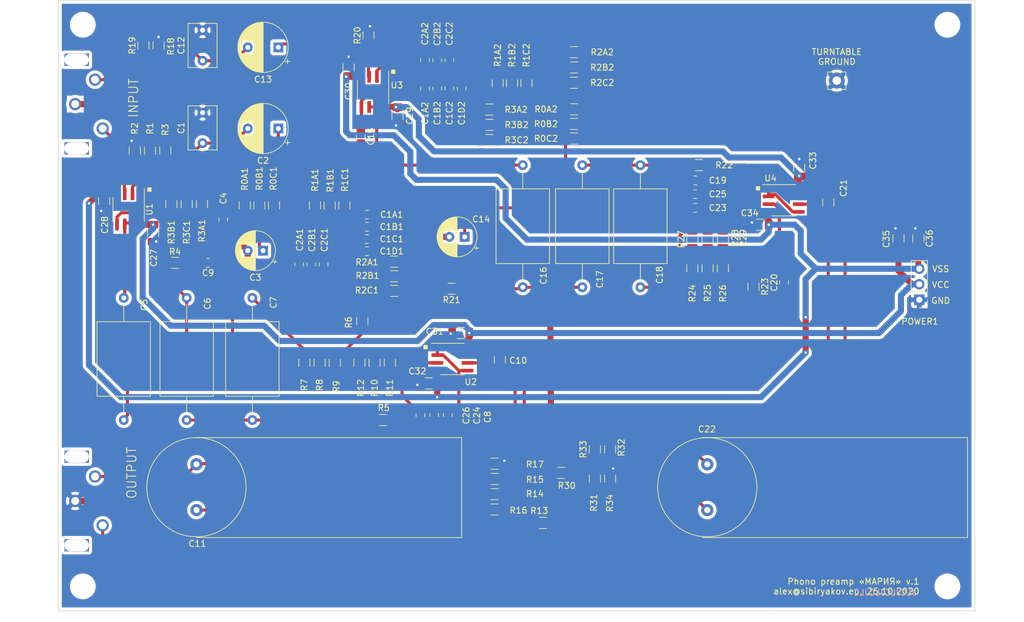
<source format=kicad_pcb>
(kicad_pcb (version 20171130) (host pcbnew "(5.1.5-0)")
  (layers (0 F.Cu signal) (31 B.Cu signal) (34 B.Paste user) (35 F.Paste user) (36 B.SilkS user) (37 F.SilkS user) (38 B.Mask user) (39 F.Mask user) (44 Edge.Cuts user))
  (net 0 "")
  (net 1 GND)
  (net 2 "Net-(C1-Pad1)")
  (net 3 "Net-(C2-Pad1)")
  (net 4 "Net-(C3-Pad1)")
  (net 5 "Net-(C4-Pad1)")
  (net 6 "Net-(C5-Pad2)")
  (net 7 "Net-(C5-Pad1)")
  (net 8 "Net-(C6-Pad1)")
  (net 9 "Net-(C7-Pad1)")
  (net 10 "Net-(C24-Pad2)")
  (net 11 "Net-(C24-Pad1)")
  (net 12 "Net-(C9-Pad1)")
  (net 13 "Net-(C10-Pad2)")
  (net 14 "Net-(C10-Pad1)")
  (net 15 "Net-(C11-Pad2)")
  (net 16 "Net-(C11-Pad1)")
  (net 17 "Net-(C12-Pad1)")
  (net 18 "Net-(C13-Pad1)")
  (net 19 "Net-(C14-Pad1)")
  (net 20 "Net-(C15-Pad1)")
  (net 21 "Net-(C16-Pad2)")
  (net 22 "Net-(C16-Pad1)")
  (net 23 "Net-(C17-Pad1)")
  (net 24 "Net-(C18-Pad1)")
  (net 25 "Net-(C19-Pad2)")
  (net 26 "Net-(C19-Pad1)")
  (net 27 "Net-(C20-Pad1)")
  (net 28 "Net-(C21-Pad2)")
  (net 29 "Net-(C21-Pad1)")
  (net 30 "Net-(C22-Pad2)")
  (net 31 "Net-(C22-Pad1)")
  (net 32 "Net-(C1A1-Pad2)")
  (net 33 "Net-(C1A1-Pad1)")
  (net 34 "Net-(C1A2-Pad2)")
  (net 35 "Net-(C1A2-Pad1)")
  (net 36 "Net-(C2A1-Pad1)")
  (net 37 "Net-(C2A2-Pad1)")
  (net 38 VSS)
  (net 39 VCC)
  (module Connector_PinHeader_2.54mm:PinHeader_1x03_P2.54mm_Vertical (layer F.Cu) (at 200.9 113.05 180)
    (fp_text reference POWER1 (at -0.1 -3.55) (layer F.SilkS))
    (fp_text value DIN-3)
    (pad 3 thru_hole oval (at 0 5.08 180) (size 1.7 1.7) (drill 1) (layers *.Cu *.Mask) (net 38 VSS))
    (pad 2 thru_hole oval (at 0 2.54 180) (size 1.7 1.7) (drill 1) (layers *.Cu *.Mask) (net 39 VCC))
    (pad 1 thru_hole rect (at 0 0 180) (size 1.7 1.7) (drill 1) (layers *.Cu *.Mask) (net 1 GND))
  )
  (module Connector_Pin:Pin_D1.4mm_L8.5mm_W2.8mm_FlatFork (layer F.Cu) (at 187.4 77.15)
    (fp_text reference REF** hide)
    (fp_text value Pin_D1.4mm_L8.5mm_W2.8mm_FlatFork)
    (pad 1 thru_hole circle (at 0 0) (size 2.6 2.6) (drill 1.4) (layers *.Cu *.Mask) (net 1 GND))
  )
  (module MountingHole:MountingHole_3.2mm_M3_DIN965 (layer F.Cu) (at 64 160)
    (fp_text reference REF** hide)
    (fp_text value MountingHole_3.2mm_M3_DIN965)
    (pad 1 np_thru_hole circle (at 0 0) (size 3.2 3.2) (drill 3.2) (layers *.Cu *.Mask))
  )
  (module MountingHole:MountingHole_3.2mm_M3_DIN965 (layer F.Cu) (at 64 68)
    (fp_text reference REF** hide)
    (fp_text value MountingHole_3.2mm_M3_DIN965)
    (pad 1 np_thru_hole circle (at 0 0) (size 3.2 3.2) (drill 3.2) (layers *.Cu *.Mask))
  )
  (module MountingHole:MountingHole_3.2mm_M3_DIN965 (layer F.Cu) (at 205.5 68)
    (fp_text reference REF** hide)
    (fp_text value MountingHole_3.2mm_M3_DIN965)
    (pad 1 np_thru_hole circle (at 0 0) (size 3.2 3.2) (drill 3.2) (layers *.Cu *.Mask))
  )
  (module MountingHole:MountingHole_3.2mm_M3_DIN965 (layer F.Cu) (at 205.5 160)
    (fp_text reference REF** hide)
    (fp_text value MountingHole_3.2mm_M3_DIN965)
    (pad 1 np_thru_hole circle (at 0 0) (size 3.2 3.2) (drill 3.2) (layers *.Cu *.Mask))
  )
  (module Package_SO:SOIC-8_3.9x4.9mm_P1.27mm (layer F.Cu) (at 178.7 96.75)
    (fp_text reference U4 (at -2.15 -3.6) (layer F.SilkS))
    (fp_text value LM4562)
    (pad 8 smd roundrect (at 2.475 -1.905) (size 1.95 0.6) (layers F.Cu F.Paste F.Mask) (net 39 VCC))
    (pad 7 smd roundrect (at 2.475 -0.635) (size 1.95 0.6) (layers F.Cu F.Paste F.Mask) (net 29 "Net-(C21-Pad1)"))
    (pad 6 smd roundrect (at 2.475 0.635) (size 1.95 0.6) (layers F.Cu F.Paste F.Mask) (net 28 "Net-(C21-Pad2)"))
    (pad 5 smd roundrect (at 2.475 1.905) (size 1.95 0.6) (layers F.Cu F.Paste F.Mask) (net 25 "Net-(C19-Pad2)"))
    (pad 4 smd roundrect (at -2.475 1.905) (size 1.95 0.6) (layers F.Cu F.Paste F.Mask) (net 38 VSS))
    (pad 3 smd roundrect (at -2.475 0.635) (size 1.95 0.6) (layers F.Cu F.Paste F.Mask) (net 27 "Net-(C20-Pad1)"))
    (pad 2 smd roundrect (at -2.475 -0.635) (size 1.95 0.6) (layers F.Cu F.Paste F.Mask) (net 25 "Net-(C19-Pad2)"))
    (pad 1 smd roundrect (at -2.475 -1.905) (size 1.95 0.6) (layers F.Cu F.Paste F.Mask) (net 25 "Net-(C19-Pad2)"))
  )
  (module Package_SO:SOIC-8_3.9x4.9mm_P1.27mm (layer F.Cu) (at 111.5 79 270)
    (fp_text reference U3 (at -1.1 -3.9 180) (layer F.SilkS))
    (fp_text value NE5532)
    (pad 8 smd roundrect (at 2.475 -1.905 270) (size 1.95 0.6) (layers F.Cu F.Paste F.Mask) (net 39 VCC))
    (pad 7 smd roundrect (at 2.475 -0.635 270) (size 1.95 0.6) (layers F.Cu F.Paste F.Mask) (net 21 "Net-(C16-Pad2)"))
    (pad 6 smd roundrect (at 2.475 0.635 270) (size 1.95 0.6) (layers F.Cu F.Paste F.Mask) (net 21 "Net-(C16-Pad2)"))
    (pad 5 smd roundrect (at 2.475 1.905 270) (size 1.95 0.6) (layers F.Cu F.Paste F.Mask) (net 20 "Net-(C15-Pad1)"))
    (pad 4 smd roundrect (at -2.475 1.905 270) (size 1.95 0.6) (layers F.Cu F.Paste F.Mask) (net 38 VSS))
    (pad 3 smd roundrect (at -2.475 0.635 270) (size 1.95 0.6) (layers F.Cu F.Paste F.Mask) (net 18 "Net-(C13-Pad1)"))
    (pad 2 smd roundrect (at -2.475 -0.635 270) (size 1.95 0.6) (layers F.Cu F.Paste F.Mask) (net 37 "Net-(C2A2-Pad1)"))
    (pad 1 smd roundrect (at -2.475 -1.905 270) (size 1.95 0.6) (layers F.Cu F.Paste F.Mask) (net 35 "Net-(C1A2-Pad1)"))
  )
  (module Package_SO:SOIC-8_3.9x4.9mm_P1.27mm (layer F.Cu) (at 124.5 122.75)
    (fp_text reference U2 (at 3 3.75) (layer F.SilkS))
    (fp_text value LM4562)
    (pad 8 smd roundrect (at 2.475 -1.905) (size 1.95 0.6) (layers F.Cu F.Paste F.Mask) (net 39 VCC))
    (pad 7 smd roundrect (at 2.475 -0.635) (size 1.95 0.6) (layers F.Cu F.Paste F.Mask) (net 14 "Net-(C10-Pad1)"))
    (pad 6 smd roundrect (at 2.475 0.635) (size 1.95 0.6) (layers F.Cu F.Paste F.Mask) (net 13 "Net-(C10-Pad2)"))
    (pad 5 smd roundrect (at 2.475 1.905) (size 1.95 0.6) (layers F.Cu F.Paste F.Mask) (net 10 "Net-(C24-Pad2)"))
    (pad 4 smd roundrect (at -2.475 1.905) (size 1.95 0.6) (layers F.Cu F.Paste F.Mask) (net 38 VSS))
    (pad 3 smd roundrect (at -2.475 0.635) (size 1.95 0.6) (layers F.Cu F.Paste F.Mask) (net 12 "Net-(C9-Pad1)"))
    (pad 2 smd roundrect (at -2.475 -0.635) (size 1.95 0.6) (layers F.Cu F.Paste F.Mask) (net 10 "Net-(C24-Pad2)"))
    (pad 1 smd roundrect (at -2.475 -1.905) (size 1.95 0.6) (layers F.Cu F.Paste F.Mask) (net 10 "Net-(C24-Pad2)"))
  )
  (module Resistor_SMD:R_1206_3216Metric (layer F.Cu) (at 130.55 86.9)
    (fp_text reference R3C2 (at 4.45 0) (layer F.SilkS))
    (fp_text value 2700)
    (pad 2 smd roundrect (at 1.4 0) (size 1.25 1.75) (layers F.Cu F.Paste F.Mask) (roundrect_rratio 0.2) (net 35 "Net-(C1A2-Pad1)"))
    (pad 1 smd roundrect (at -1.4 0) (size 1.25 1.75) (layers F.Cu F.Paste F.Mask) (roundrect_rratio 0.2) (net 20 "Net-(C15-Pad1)"))
  )
  (module Resistor_SMD:R_1206_3216Metric (layer F.Cu) (at 81 97.4 90)
    (fp_text reference R3C1 (at -4.6 0 90) (layer F.SilkS))
    (fp_text value 2700)
    (pad 2 smd roundrect (at 1.4 0 90) (size 1.25 1.75) (layers F.Cu F.Paste F.Mask) (roundrect_rratio 0.2) (net 33 "Net-(C1A1-Pad1)"))
    (pad 1 smd roundrect (at -1.4 0 90) (size 1.25 1.75) (layers F.Cu F.Paste F.Mask) (roundrect_rratio 0.2) (net 5 "Net-(C4-Pad1)"))
  )
  (module Resistor_SMD:R_1206_3216Metric (layer F.Cu) (at 130.55 84.4)
    (fp_text reference R3B2 (at 4.45 0) (layer F.SilkS))
    (fp_text value 2700)
    (pad 2 smd roundrect (at 1.4 0) (size 1.25 1.75) (layers F.Cu F.Paste F.Mask) (roundrect_rratio 0.2) (net 35 "Net-(C1A2-Pad1)"))
    (pad 1 smd roundrect (at -1.4 0) (size 1.25 1.75) (layers F.Cu F.Paste F.Mask) (roundrect_rratio 0.2) (net 20 "Net-(C15-Pad1)"))
  )
  (module Resistor_SMD:R_1206_3216Metric (layer F.Cu) (at 78.5 97.4 90)
    (fp_text reference R3B1 (at -4.6 0 90) (layer F.SilkS))
    (fp_text value 2700)
    (pad 2 smd roundrect (at 1.4 0 90) (size 1.25 1.75) (layers F.Cu F.Paste F.Mask) (roundrect_rratio 0.2) (net 33 "Net-(C1A1-Pad1)"))
    (pad 1 smd roundrect (at -1.4 0 90) (size 1.25 1.75) (layers F.Cu F.Paste F.Mask) (roundrect_rratio 0.2) (net 5 "Net-(C4-Pad1)"))
  )
  (module Resistor_SMD:R_1206_3216Metric (layer F.Cu) (at 130.55 81.9)
    (fp_text reference R3A2 (at 4.35 0) (layer F.SilkS))
    (fp_text value 5600)
    (pad 2 smd roundrect (at 1.4 0) (size 1.25 1.75) (layers F.Cu F.Paste F.Mask) (roundrect_rratio 0.2) (net 35 "Net-(C1A2-Pad1)"))
    (pad 1 smd roundrect (at -1.4 0) (size 1.25 1.75) (layers F.Cu F.Paste F.Mask) (roundrect_rratio 0.2) (net 20 "Net-(C15-Pad1)"))
  )
  (module Resistor_SMD:R_1206_3216Metric (layer F.Cu) (at 83.5 97.4 90)
    (fp_text reference R3A1 (at -4.35 0 90) (layer F.SilkS))
    (fp_text value 5600)
    (pad 2 smd roundrect (at 1.4 0 90) (size 1.25 1.75) (layers F.Cu F.Paste F.Mask) (roundrect_rratio 0.2) (net 33 "Net-(C1A1-Pad1)"))
    (pad 1 smd roundrect (at -1.4 0 90) (size 1.25 1.75) (layers F.Cu F.Paste F.Mask) (roundrect_rratio 0.2) (net 5 "Net-(C4-Pad1)"))
  )
  (module Resistor_SMD:R_1206_3216Metric (layer F.Cu) (at 144.4 77.5)
    (fp_text reference R2C2 (at 4.6 0) (layer F.SilkS))
    (fp_text value 47K)
    (pad 2 smd roundrect (at 1.4 0) (size 1.25 1.75) (layers F.Cu F.Paste F.Mask) (roundrect_rratio 0.2) (net 37 "Net-(C2A2-Pad1)"))
    (pad 1 smd roundrect (at -1.4 0) (size 1.25 1.75) (layers F.Cu F.Paste F.Mask) (roundrect_rratio 0.2) (net 34 "Net-(C1A2-Pad2)"))
  )
  (module Resistor_SMD:R_1206_3216Metric (layer F.Cu) (at 114.95 111.6)
    (fp_text reference R2C1 (at -4.45 -0.1) (layer F.SilkS))
    (fp_text value 47K)
    (pad 2 smd roundrect (at 1.4 0) (size 1.25 1.75) (layers F.Cu F.Paste F.Mask) (roundrect_rratio 0.2) (net 36 "Net-(C2A1-Pad1)"))
    (pad 1 smd roundrect (at -1.4 0) (size 1.25 1.75) (layers F.Cu F.Paste F.Mask) (roundrect_rratio 0.2) (net 32 "Net-(C1A1-Pad2)"))
  )
  (module Resistor_SMD:R_1206_3216Metric (layer F.Cu) (at 144.4 75)
    (fp_text reference R2B2 (at 4.6 0) (layer F.SilkS))
    (fp_text value 33K)
    (pad 2 smd roundrect (at 1.4 0) (size 1.25 1.75) (layers F.Cu F.Paste F.Mask) (roundrect_rratio 0.2) (net 37 "Net-(C2A2-Pad1)"))
    (pad 1 smd roundrect (at -1.4 0) (size 1.25 1.75) (layers F.Cu F.Paste F.Mask) (roundrect_rratio 0.2) (net 34 "Net-(C1A2-Pad2)"))
  )
  (module Resistor_SMD:R_1206_3216Metric (layer F.Cu) (at 114.95 109.2)
    (fp_text reference R2B1 (at -4.35 -0.1) (layer F.SilkS))
    (fp_text value 33K)
    (pad 2 smd roundrect (at 1.4 0) (size 1.25 1.75) (layers F.Cu F.Paste F.Mask) (roundrect_rratio 0.2) (net 36 "Net-(C2A1-Pad1)"))
    (pad 1 smd roundrect (at -1.4 0) (size 1.25 1.75) (layers F.Cu F.Paste F.Mask) (roundrect_rratio 0.2) (net 32 "Net-(C1A1-Pad2)"))
  )
  (module Resistor_SMD:R_1206_3216Metric (layer F.Cu) (at 144.4 72.5)
    (fp_text reference R2A2 (at 4.6 0) (layer F.SilkS))
    (fp_text value 13K)
    (pad 2 smd roundrect (at 1.4 0) (size 1.25 1.75) (layers F.Cu F.Paste F.Mask) (roundrect_rratio 0.2) (net 37 "Net-(C2A2-Pad1)"))
    (pad 1 smd roundrect (at -1.4 0) (size 1.25 1.75) (layers F.Cu F.Paste F.Mask) (roundrect_rratio 0.2) (net 34 "Net-(C1A2-Pad2)"))
  )
  (module Resistor_SMD:R_1206_3216Metric (layer F.Cu) (at 114.95 106.8)
    (fp_text reference R2A1 (at -4.45 0.1) (layer F.SilkS))
    (fp_text value 13K)
    (pad 2 smd roundrect (at 1.4 0) (size 1.25 1.75) (layers F.Cu F.Paste F.Mask) (roundrect_rratio 0.2) (net 36 "Net-(C2A1-Pad1)"))
    (pad 1 smd roundrect (at -1.4 0) (size 1.25 1.75) (layers F.Cu F.Paste F.Mask) (roundrect_rratio 0.2) (net 32 "Net-(C1A1-Pad2)"))
  )
  (module Resistor_SMD:R_1206_3216Metric (layer F.Cu) (at 136.6 77.6 90)
    (fp_text reference R1C2 (at 4.6 0 90) (layer F.SilkS))
    (fp_text value 330K)
    (pad 2 smd roundrect (at 1.4 0 90) (size 1.25 1.75) (layers F.Cu F.Paste F.Mask) (roundrect_rratio 0.2) (net 37 "Net-(C2A2-Pad1)"))
    (pad 1 smd roundrect (at -1.4 0 90) (size 1.25 1.75) (layers F.Cu F.Paste F.Mask) (roundrect_rratio 0.2) (net 35 "Net-(C1A2-Pad1)"))
  )
  (module Resistor_SMD:R_1206_3216Metric (layer F.Cu) (at 106.8 97.65 90)
    (fp_text reference R1C1 (at 4.25 0.1 90) (layer F.SilkS))
    (fp_text value 330K)
    (pad 2 smd roundrect (at 1.4 0 90) (size 1.25 1.75) (layers F.Cu F.Paste F.Mask) (roundrect_rratio 0.2) (net 36 "Net-(C2A1-Pad1)"))
    (pad 1 smd roundrect (at -1.4 0 90) (size 1.25 1.75) (layers F.Cu F.Paste F.Mask) (roundrect_rratio 0.2) (net 33 "Net-(C1A1-Pad1)"))
  )
  (module Resistor_SMD:R_1206_3216Metric (layer F.Cu) (at 134.25 77.6 90)
    (fp_text reference R1B2 (at 4.6 0 90) (layer F.SilkS))
    (fp_text value 160K)
    (pad 2 smd roundrect (at 1.4 0 90) (size 1.25 1.75) (layers F.Cu F.Paste F.Mask) (roundrect_rratio 0.2) (net 37 "Net-(C2A2-Pad1)"))
    (pad 1 smd roundrect (at -1.4 0 90) (size 1.25 1.75) (layers F.Cu F.Paste F.Mask) (roundrect_rratio 0.2) (net 35 "Net-(C1A2-Pad1)"))
  )
  (module Resistor_SMD:R_1206_3216Metric (layer F.Cu) (at 104.4 97.65 90)
    (fp_text reference R1B1 (at 4.15 0.1 90) (layer F.SilkS))
    (fp_text value 160K)
    (pad 2 smd roundrect (at 1.4 0 90) (size 1.25 1.75) (layers F.Cu F.Paste F.Mask) (roundrect_rratio 0.2) (net 36 "Net-(C2A1-Pad1)"))
    (pad 1 smd roundrect (at -1.4 0 90) (size 1.25 1.75) (layers F.Cu F.Paste F.Mask) (roundrect_rratio 0.2) (net 33 "Net-(C1A1-Pad1)"))
  )
  (module Resistor_SMD:R_1206_3216Metric (layer F.Cu) (at 131.9 77.6 270)
    (fp_text reference R1A2 (at -4.6 0 90) (layer F.SilkS))
    (fp_text value 110K)
    (pad 2 smd roundrect (at 1.4 0 270) (size 1.25 1.75) (layers F.Cu F.Paste F.Mask) (roundrect_rratio 0.2) (net 35 "Net-(C1A2-Pad1)"))
    (pad 1 smd roundrect (at -1.4 0 270) (size 1.25 1.75) (layers F.Cu F.Paste F.Mask) (roundrect_rratio 0.2) (net 37 "Net-(C2A2-Pad1)"))
  )
  (module Resistor_SMD:R_1206_3216Metric (layer F.Cu) (at 102 97.6 270)
    (fp_text reference R1A1 (at -4.15 0 90) (layer F.SilkS))
    (fp_text value 110K)
    (pad 2 smd roundrect (at 1.4 0 270) (size 1.25 1.75) (layers F.Cu F.Paste F.Mask) (roundrect_rratio 0.2) (net 33 "Net-(C1A1-Pad1)"))
    (pad 1 smd roundrect (at -1.4 0 270) (size 1.25 1.75) (layers F.Cu F.Paste F.Mask) (roundrect_rratio 0.2) (net 36 "Net-(C2A1-Pad1)"))
  )
  (module Resistor_SMD:R_1206_3216Metric (layer F.Cu) (at 144.4 86.65 180)
    (fp_text reference R0C2 (at 4.6 0) (layer F.SilkS))
    (fp_text value 1K)
    (pad 2 smd roundrect (at 1.4 0 180) (size 1.25 1.75) (layers F.Cu F.Paste F.Mask) (roundrect_rratio 0.2) (net 19 "Net-(C14-Pad1)"))
    (pad 1 smd roundrect (at -1.4 0 180) (size 1.25 1.75) (layers F.Cu F.Paste F.Mask) (roundrect_rratio 0.2) (net 37 "Net-(C2A2-Pad1)"))
  )
  (module Resistor_SMD:R_1206_3216Metric (layer F.Cu) (at 95.3 97.6 270)
    (fp_text reference R0C1 (at -4.4 0.1 90) (layer F.SilkS))
    (fp_text value 1K)
    (pad 2 smd roundrect (at 1.4 0 270) (size 1.25 1.75) (layers F.Cu F.Paste F.Mask) (roundrect_rratio 0.2) (net 4 "Net-(C3-Pad1)"))
    (pad 1 smd roundrect (at -1.4 0 270) (size 1.25 1.75) (layers F.Cu F.Paste F.Mask) (roundrect_rratio 0.2) (net 36 "Net-(C2A1-Pad1)"))
  )
  (module Resistor_SMD:R_1206_3216Metric (layer F.Cu) (at 144.4 84.25 180)
    (fp_text reference R0B2 (at 4.6 0) (layer F.SilkS))
    (fp_text value 470)
    (pad 2 smd roundrect (at 1.4 0 180) (size 1.25 1.75) (layers F.Cu F.Paste F.Mask) (roundrect_rratio 0.2) (net 19 "Net-(C14-Pad1)"))
    (pad 1 smd roundrect (at -1.4 0 180) (size 1.25 1.75) (layers F.Cu F.Paste F.Mask) (roundrect_rratio 0.2) (net 37 "Net-(C2A2-Pad1)"))
  )
  (module Resistor_SMD:R_1206_3216Metric (layer F.Cu) (at 92.9 97.6 270)
    (fp_text reference R0B1 (at -4.4 0 90) (layer F.SilkS))
    (fp_text value 470)
    (pad 2 smd roundrect (at 1.4 0 270) (size 1.25 1.75) (layers F.Cu F.Paste F.Mask) (roundrect_rratio 0.2) (net 4 "Net-(C3-Pad1)"))
    (pad 1 smd roundrect (at -1.4 0 270) (size 1.25 1.75) (layers F.Cu F.Paste F.Mask) (roundrect_rratio 0.2) (net 36 "Net-(C2A1-Pad1)"))
  )
  (module Resistor_SMD:R_1206_3216Metric (layer F.Cu) (at 144.4 81.85 180)
    (fp_text reference R0A2 (at 4.6 0) (layer F.SilkS))
    (fp_text value 390)
    (pad 2 smd roundrect (at 1.4 0 180) (size 1.25 1.75) (layers F.Cu F.Paste F.Mask) (roundrect_rratio 0.2) (net 19 "Net-(C14-Pad1)"))
    (pad 1 smd roundrect (at -1.4 0 180) (size 1.25 1.75) (layers F.Cu F.Paste F.Mask) (roundrect_rratio 0.2) (net 37 "Net-(C2A2-Pad1)"))
  )
  (module Resistor_SMD:R_1206_3216Metric (layer F.Cu) (at 90.5 97.6 270)
    (fp_text reference R0A1 (at -4.3 0 90) (layer F.SilkS))
    (fp_text value 390)
    (pad 2 smd roundrect (at 1.4 0 270) (size 1.25 1.75) (layers F.Cu F.Paste F.Mask) (roundrect_rratio 0.2) (net 4 "Net-(C3-Pad1)"))
    (pad 1 smd roundrect (at -1.4 0 270) (size 1.25 1.75) (layers F.Cu F.Paste F.Mask) (roundrect_rratio 0.2) (net 36 "Net-(C2A1-Pad1)"))
  )
  (module Resistor_SMD:R_1206_3216Metric (layer F.Cu) (at 150.3 142.35 90)
    (fp_text reference R34 (at -4 -0.05 90) (layer F.SilkS))
    (fp_text value 22K)
    (pad 2 smd roundrect (at 1.4 0 90) (size 1.25 1.75) (layers F.Cu F.Paste F.Mask) (roundrect_rratio 0.2) (net 1 GND))
    (pad 1 smd roundrect (at -1.4 0 90) (size 1.25 1.75) (layers F.Cu F.Paste F.Mask) (roundrect_rratio 0.2) (net 30 "Net-(C22-Pad2)"))
  )
  (module Resistor_SMD:R_1206_3216Metric (layer F.Cu) (at 150.3 137.55 90)
    (fp_text reference R33 (at 0 -4.4 90) (layer F.SilkS))
    (fp_text value 68)
    (pad 2 smd roundrect (at 1.4 0 90) (size 1.25 1.75) (layers F.Cu F.Paste F.Mask) (roundrect_rratio 0.2) (net 29 "Net-(C21-Pad1)"))
    (pad 1 smd roundrect (at -1.4 0 90) (size 1.25 1.75) (layers F.Cu F.Paste F.Mask) (roundrect_rratio 0.2) (net 31 "Net-(C22-Pad1)"))
  )
  (module Resistor_SMD:R_1206_3216Metric (layer F.Cu) (at 147.8 137.55 270)
    (fp_text reference R32 (at -0.3 -4.35 90) (layer F.SilkS))
    (fp_text value 100K)
    (pad 2 smd roundrect (at 1.4 0 270) (size 1.25 1.75) (layers F.Cu F.Paste F.Mask) (roundrect_rratio 0.2) (net 28 "Net-(C21-Pad2)"))
    (pad 1 smd roundrect (at -1.4 0 270) (size 1.25 1.75) (layers F.Cu F.Paste F.Mask) (roundrect_rratio 0.2) (net 31 "Net-(C22-Pad1)"))
  )
  (module Resistor_SMD:R_1206_3216Metric (layer F.Cu) (at 147.8 142.35 90)
    (fp_text reference R31 (at -3.95 -0.15 90) (layer F.SilkS))
    (fp_text value 11K)
    (pad 2 smd roundrect (at 1.4 0 90) (size 1.25 1.75) (layers F.Cu F.Paste F.Mask) (roundrect_rratio 0.2) (net 28 "Net-(C21-Pad2)"))
    (pad 1 smd roundrect (at -1.4 0 90) (size 1.25 1.75) (layers F.Cu F.Paste F.Mask) (roundrect_rratio 0.2) (net 30 "Net-(C22-Pad2)"))
  )
  (module Resistor_SMD:R_1206_3216Metric (layer F.Cu) (at 142.3 141.4 180)
    (fp_text reference R30 (at -0.9 -2.1) (layer F.SilkS))
    (fp_text value 4K7)
    (pad 2 smd roundrect (at 1.4 0 180) (size 1.25 1.75) (layers F.Cu F.Paste F.Mask) (roundrect_rratio 0.2) (net 1 GND))
    (pad 1 smd roundrect (at -1.4 0 180) (size 1.25 1.75) (layers F.Cu F.Paste F.Mask) (roundrect_rratio 0.2) (net 28 "Net-(C21-Pad2)"))
  )
  (module Resistor_SMD:R_1206_3216Metric (layer F.Cu) (at 168.75 103.15 270)
    (fp_text reference R29 (at -0.2 -3.35 90) (layer F.SilkS))
    (fp_text value 30k)
    (pad 2 smd roundrect (at 1.4 0 270) (size 1.25 1.75) (layers F.Cu F.Paste F.Mask) (roundrect_rratio 0.2) (net 27 "Net-(C20-Pad1)"))
    (pad 1 smd roundrect (at -1.4 0 270) (size 1.25 1.75) (layers F.Cu F.Paste F.Mask) (roundrect_rratio 0.2) (net 26 "Net-(C19-Pad1)"))
  )
  (module Resistor_SMD:R_1206_3216Metric (layer F.Cu) (at 166.25 103.15 90)
    (fp_text reference R28 (at 0.2 4.5 90) (layer F.SilkS))
    (fp_text value 2.2k)
    (pad 2 smd roundrect (at 1.4 0 90) (size 1.25 1.75) (layers F.Cu F.Paste F.Mask) (roundrect_rratio 0.2) (net 26 "Net-(C19-Pad1)"))
    (pad 1 smd roundrect (at -1.4 0 90) (size 1.25 1.75) (layers F.Cu F.Paste F.Mask) (roundrect_rratio 0.2) (net 27 "Net-(C20-Pad1)"))
  )
  (module Resistor_SMD:R_1206_3216Metric (layer F.Cu) (at 163.75 103.15 90)
    (fp_text reference R27 (at 0 -1.82 90) (layer F.SilkS))
    (fp_text value 2.2k)
    (pad 2 smd roundrect (at 1.4 0 90) (size 1.25 1.75) (layers F.Cu F.Paste F.Mask) (roundrect_rratio 0.2) (net 26 "Net-(C19-Pad1)"))
    (pad 1 smd roundrect (at -1.4 0 90) (size 1.25 1.75) (layers F.Cu F.Paste F.Mask) (roundrect_rratio 0.2) (net 27 "Net-(C20-Pad1)"))
  )
  (module Resistor_SMD:R_1206_3216Metric (layer F.Cu) (at 168.75 107.9 90)
    (fp_text reference R26 (at -4.1 0 90) (layer F.SilkS))
    (fp_text value 30k)
    (pad 2 smd roundrect (at 1.4 0 90) (size 1.25 1.75) (layers F.Cu F.Paste F.Mask) (roundrect_rratio 0.2) (net 26 "Net-(C19-Pad1)"))
    (pad 1 smd roundrect (at -1.4 0 90) (size 1.25 1.75) (layers F.Cu F.Paste F.Mask) (roundrect_rratio 0.2) (net 24 "Net-(C18-Pad1)"))
  )
  (module Resistor_SMD:R_1206_3216Metric (layer F.Cu) (at 166.25 107.9 270)
    (fp_text reference R25 (at 4.05 0 90) (layer F.SilkS))
    (fp_text value 2.2k)
    (pad 2 smd roundrect (at 1.4 0 270) (size 1.25 1.75) (layers F.Cu F.Paste F.Mask) (roundrect_rratio 0.2) (net 24 "Net-(C18-Pad1)"))
    (pad 1 smd roundrect (at -1.4 0 270) (size 1.25 1.75) (layers F.Cu F.Paste F.Mask) (roundrect_rratio 0.2) (net 26 "Net-(C19-Pad1)"))
  )
  (module Resistor_SMD:R_1206_3216Metric (layer F.Cu) (at 163.75 107.9 270)
    (fp_text reference R24 (at 4.1 0 90) (layer F.SilkS))
    (fp_text value 2.2k)
    (pad 2 smd roundrect (at 1.4 0 270) (size 1.25 1.75) (layers F.Cu F.Paste F.Mask) (roundrect_rratio 0.2) (net 24 "Net-(C18-Pad1)"))
    (pad 1 smd roundrect (at -1.4 0 270) (size 1.25 1.75) (layers F.Cu F.Paste F.Mask) (roundrect_rratio 0.2) (net 26 "Net-(C19-Pad1)"))
  )
  (module Resistor_SMD:R_1206_3216Metric (layer F.Cu) (at 173.75 110.9 270)
    (fp_text reference R23 (at 0 -1.9 90) (layer F.SilkS))
    (fp_text value 180K)
    (pad 2 smd roundrect (at 1.4 0 270) (size 1.25 1.75) (layers F.Cu F.Paste F.Mask) (roundrect_rratio 0.2) (net 1 GND))
    (pad 1 smd roundrect (at -1.4 0 270) (size 1.25 1.75) (layers F.Cu F.Paste F.Mask) (roundrect_rratio 0.2) (net 24 "Net-(C18-Pad1)"))
  )
  (module Resistor_SMD:R_1206_3216Metric (layer F.Cu) (at 164.83 91)
    (fp_text reference R22 (at 4.15 0) (layer F.SilkS))
    (fp_text value 12K)
    (pad 2 smd roundrect (at 1.4 0) (size 1.25 1.75) (layers F.Cu F.Paste F.Mask) (roundrect_rratio 0.2) (net 25 "Net-(C19-Pad2)"))
    (pad 1 smd roundrect (at -1.4 0) (size 1.25 1.75) (layers F.Cu F.Paste F.Mask) (roundrect_rratio 0.2) (net 23 "Net-(C17-Pad1)"))
  )
  (module Resistor_SMD:R_1206_3216Metric (layer F.Cu) (at 124.35 111.25 180)
    (fp_text reference R21 (at 0 -1.82) (layer F.SilkS))
    (fp_text value 30K)
    (pad 2 smd roundrect (at 1.4 0 180) (size 1.25 1.75) (layers F.Cu F.Paste F.Mask) (roundrect_rratio 0.2) (net 1 GND))
    (pad 1 smd roundrect (at -1.4 0 180) (size 1.25 1.75) (layers F.Cu F.Paste F.Mask) (roundrect_rratio 0.2) (net 22 "Net-(C16-Pad1)"))
  )
  (module Resistor_SMD:R_1206_3216Metric (layer F.Cu) (at 110.75 69.75 90)
    (fp_text reference R20 (at 0 -1.82 90) (layer F.SilkS))
    (fp_text value 68K)
    (pad 2 smd roundrect (at 1.4 0 90) (size 1.25 1.75) (layers F.Cu F.Paste F.Mask) (roundrect_rratio 0.2) (net 1 GND))
    (pad 1 smd roundrect (at -1.4 0 90) (size 1.25 1.75) (layers F.Cu F.Paste F.Mask) (roundrect_rratio 0.2) (net 18 "Net-(C13-Pad1)"))
  )
  (module Resistor_SMD:R_1206_3216Metric (layer F.Cu) (at 73.9 71.4 90)
    (fp_text reference R19 (at 0 -1.82 90) (layer F.SilkS))
    (fp_text value 1M)
    (pad 2 smd roundrect (at 1.4 0 90) (size 1.25 1.75) (layers F.Cu F.Paste F.Mask) (roundrect_rratio 0.2) (net 1 GND))
    (pad 1 smd roundrect (at -1.4 0 90) (size 1.25 1.75) (layers F.Cu F.Paste F.Mask) (roundrect_rratio 0.2) (net 17 "Net-(C12-Pad1)"))
  )
  (module Resistor_SMD:R_1206_3216Metric (layer F.Cu) (at 76.4 71.4 90)
    (fp_text reference R18 (at -0.15 2 90) (layer F.SilkS))
    (fp_text value 180K)
    (pad 2 smd roundrect (at 1.4 0 90) (size 1.25 1.75) (layers F.Cu F.Paste F.Mask) (roundrect_rratio 0.2) (net 1 GND))
    (pad 1 smd roundrect (at -1.4 0 90) (size 1.25 1.75) (layers F.Cu F.Paste F.Mask) (roundrect_rratio 0.2) (net 17 "Net-(C12-Pad1)"))
  )
  (module Resistor_SMD:R_1206_3216Metric (layer F.Cu) (at 131.4 139.9)
    (fp_text reference R17 (at 6.6 0.1) (layer F.SilkS))
    (fp_text value 22K)
    (pad 2 smd roundrect (at 1.4 0) (size 1.25 1.75) (layers F.Cu F.Paste F.Mask) (roundrect_rratio 0.2) (net 1 GND))
    (pad 1 smd roundrect (at -1.4 0) (size 1.25 1.75) (layers F.Cu F.Paste F.Mask) (roundrect_rratio 0.2) (net 16 "Net-(C11-Pad1)"))
  )
  (module Resistor_SMD:R_1206_3216Metric (layer F.Cu) (at 131.4 147.4)
    (fp_text reference R16 (at 3.9 0.15) (layer F.SilkS))
    (fp_text value 68)
    (pad 2 smd roundrect (at 1.4 0) (size 1.25 1.75) (layers F.Cu F.Paste F.Mask) (roundrect_rratio 0.2) (net 14 "Net-(C10-Pad1)"))
    (pad 1 smd roundrect (at -1.4 0) (size 1.25 1.75) (layers F.Cu F.Paste F.Mask) (roundrect_rratio 0.2) (net 15 "Net-(C11-Pad2)"))
  )
  (module Resistor_SMD:R_1206_3216Metric (layer F.Cu) (at 131.4 142.4)
    (fp_text reference R15 (at 6.6 0.1) (layer F.SilkS))
    (fp_text value 100K)
    (pad 2 smd roundrect (at 1.4 0) (size 1.25 1.75) (layers F.Cu F.Paste F.Mask) (roundrect_rratio 0.2) (net 13 "Net-(C10-Pad2)"))
    (pad 1 smd roundrect (at -1.4 0) (size 1.25 1.75) (layers F.Cu F.Paste F.Mask) (roundrect_rratio 0.2) (net 15 "Net-(C11-Pad2)"))
  )
  (module Resistor_SMD:R_1206_3216Metric (layer F.Cu) (at 131.4 144.9)
    (fp_text reference R14 (at 6.6 -0.05) (layer F.SilkS))
    (fp_text value 11K)
    (pad 2 smd roundrect (at 1.4 0) (size 1.25 1.75) (layers F.Cu F.Paste F.Mask) (roundrect_rratio 0.2) (net 13 "Net-(C10-Pad2)"))
    (pad 1 smd roundrect (at -1.4 0) (size 1.25 1.75) (layers F.Cu F.Paste F.Mask) (roundrect_rratio 0.2) (net 16 "Net-(C11-Pad1)"))
  )
  (module Resistor_SMD:R_1206_3216Metric (layer F.Cu) (at 139.3 149.6)
    (fp_text reference R13 (at -0.6 -2) (layer F.SilkS))
    (fp_text value 4K7)
    (pad 2 smd roundrect (at 1.4 0) (size 1.25 1.75) (layers F.Cu F.Paste F.Mask) (roundrect_rratio 0.2) (net 1 GND))
    (pad 1 smd roundrect (at -1.4 0) (size 1.25 1.75) (layers F.Cu F.Paste F.Mask) (roundrect_rratio 0.2) (net 13 "Net-(C10-Pad2)"))
  )
  (module Resistor_SMD:R_1206_3216Metric (layer F.Cu) (at 109.25 123.35 90)
    (fp_text reference R12 (at -4.15 0.25 90) (layer F.SilkS))
    (fp_text value 30k)
    (pad 2 smd roundrect (at 1.4 0 90) (size 1.25 1.75) (layers F.Cu F.Paste F.Mask) (roundrect_rratio 0.2) (net 12 "Net-(C9-Pad1)"))
    (pad 1 smd roundrect (at -1.4 0 90) (size 1.25 1.75) (layers F.Cu F.Paste F.Mask) (roundrect_rratio 0.2) (net 11 "Net-(C24-Pad1)"))
  )
  (module Resistor_SMD:R_1206_3216Metric (layer F.Cu) (at 114.25 123.35 270)
    (fp_text reference R11 (at 4.15 0 90) (layer F.SilkS))
    (fp_text value 2.2k)
    (pad 2 smd roundrect (at 1.4 0 270) (size 1.25 1.75) (layers F.Cu F.Paste F.Mask) (roundrect_rratio 0.2) (net 11 "Net-(C24-Pad1)"))
    (pad 1 smd roundrect (at -1.4 0 270) (size 1.25 1.75) (layers F.Cu F.Paste F.Mask) (roundrect_rratio 0.2) (net 12 "Net-(C9-Pad1)"))
  )
  (module Resistor_SMD:R_1206_3216Metric (layer F.Cu) (at 111.75 123.35 270)
    (fp_text reference R10 (at 4.15 0 90) (layer F.SilkS))
    (fp_text value 2.2k)
    (pad 2 smd roundrect (at 1.4 0 270) (size 1.25 1.75) (layers F.Cu F.Paste F.Mask) (roundrect_rratio 0.2) (net 11 "Net-(C24-Pad1)"))
    (pad 1 smd roundrect (at -1.4 0 270) (size 1.25 1.75) (layers F.Cu F.Paste F.Mask) (roundrect_rratio 0.2) (net 12 "Net-(C9-Pad1)"))
  )
  (module Resistor_SMD:R_1206_3216Metric (layer F.Cu) (at 105.25 123.35 270)
    (fp_text reference R9 (at 3.9 -0.25 90) (layer F.SilkS))
    (fp_text value 30k)
    (pad 2 smd roundrect (at 1.4 0 270) (size 1.25 1.75) (layers F.Cu F.Paste F.Mask) (roundrect_rratio 0.2) (net 11 "Net-(C24-Pad1)"))
    (pad 1 smd roundrect (at -1.4 0 270) (size 1.25 1.75) (layers F.Cu F.Paste F.Mask) (roundrect_rratio 0.2) (net 9 "Net-(C7-Pad1)"))
  )
  (module Resistor_SMD:R_1206_3216Metric (layer F.Cu) (at 102.75 123.35 90)
    (fp_text reference R8 (at -3.65 0 90) (layer F.SilkS))
    (fp_text value 2.2k)
    (pad 2 smd roundrect (at 1.4 0 90) (size 1.25 1.75) (layers F.Cu F.Paste F.Mask) (roundrect_rratio 0.2) (net 9 "Net-(C7-Pad1)"))
    (pad 1 smd roundrect (at -1.4 0 90) (size 1.25 1.75) (layers F.Cu F.Paste F.Mask) (roundrect_rratio 0.2) (net 11 "Net-(C24-Pad1)"))
  )
  (module Resistor_SMD:R_1206_3216Metric (layer F.Cu) (at 100.25 123.35 90)
    (fp_text reference R7 (at -3.65 0 90) (layer F.SilkS))
    (fp_text value 2.2k)
    (pad 2 smd roundrect (at 1.4 0 90) (size 1.25 1.75) (layers F.Cu F.Paste F.Mask) (roundrect_rratio 0.2) (net 9 "Net-(C7-Pad1)"))
    (pad 1 smd roundrect (at -1.4 0 90) (size 1.25 1.75) (layers F.Cu F.Paste F.Mask) (roundrect_rratio 0.2) (net 11 "Net-(C24-Pad1)"))
  )
  (module Resistor_SMD:R_1206_3216Metric (layer F.Cu) (at 109.75 116.5 90)
    (fp_text reference R6 (at -0.25 -2.25 90) (layer F.SilkS))
    (fp_text value 180K)
    (pad 2 smd roundrect (at 1.4 0 90) (size 1.25 1.75) (layers F.Cu F.Paste F.Mask) (roundrect_rratio 0.2) (net 1 GND))
    (pad 1 smd roundrect (at -1.4 0 90) (size 1.25 1.75) (layers F.Cu F.Paste F.Mask) (roundrect_rratio 0.2) (net 9 "Net-(C7-Pad1)"))
  )
  (module Resistor_SMD:R_1206_3216Metric (layer F.Cu) (at 113.1 132.75)
    (fp_text reference R5 (at 0.15 -2) (layer F.SilkS))
    (fp_text value 12K)
    (pad 2 smd roundrect (at 1.4 0) (size 1.25 1.75) (layers F.Cu F.Paste F.Mask) (roundrect_rratio 0.2) (net 10 "Net-(C24-Pad2)"))
    (pad 1 smd roundrect (at -1.4 0) (size 1.25 1.75) (layers F.Cu F.Paste F.Mask) (roundrect_rratio 0.2) (net 8 "Net-(C6-Pad1)"))
  )
  (module Resistor_SMD:R_1206_3216Metric (layer F.Cu) (at 79.1 107)
    (fp_text reference R4 (at 0 -1.82) (layer F.SilkS))
    (fp_text value 30K)
    (pad 2 smd roundrect (at 1.4 0) (size 1.25 1.75) (layers F.Cu F.Paste F.Mask) (roundrect_rratio 0.2) (net 1 GND))
    (pad 1 smd roundrect (at -1.4 0) (size 1.25 1.75) (layers F.Cu F.Paste F.Mask) (roundrect_rratio 0.2) (net 7 "Net-(C5-Pad1)"))
  )
  (module Resistor_SMD:R_1206_3216Metric (layer F.Cu) (at 77.5 88.6 90)
    (fp_text reference R3 (at 3.4 0 90) (layer F.SilkS))
    (fp_text value 68K)
    (pad 2 smd roundrect (at 1.4 0 90) (size 1.25 1.75) (layers F.Cu F.Paste F.Mask) (roundrect_rratio 0.2) (net 1 GND))
    (pad 1 smd roundrect (at -1.4 0 90) (size 1.25 1.75) (layers F.Cu F.Paste F.Mask) (roundrect_rratio 0.2) (net 3 "Net-(C2-Pad1)"))
  )
  (module Resistor_SMD:R_1206_3216Metric (layer F.Cu) (at 72.5 88.6 90)
    (fp_text reference R2 (at 3.6 0 90) (layer F.SilkS))
    (fp_text value 1M)
    (pad 2 smd roundrect (at 1.4 0 90) (size 1.25 1.75) (layers F.Cu F.Paste F.Mask) (roundrect_rratio 0.2) (net 1 GND))
    (pad 1 smd roundrect (at -1.4 0 90) (size 1.25 1.75) (layers F.Cu F.Paste F.Mask) (roundrect_rratio 0.2) (net 2 "Net-(C1-Pad1)"))
  )
  (module Resistor_SMD:R_1206_3216Metric (layer F.Cu) (at 75 88.6 90)
    (fp_text reference R1 (at 3.6 0 90) (layer F.SilkS))
    (fp_text value 180K)
    (pad 2 smd roundrect (at 1.4 0 90) (size 1.25 1.75) (layers F.Cu F.Paste F.Mask) (roundrect_rratio 0.2) (net 1 GND))
    (pad 1 smd roundrect (at -1.4 0 90) (size 1.25 1.75) (layers F.Cu F.Paste F.Mask) (roundrect_rratio 0.2) (net 2 "Net-(C1-Pad1)"))
  )
  (module Connector_Audio:RCA_8.3mm_CLIFF_FC68405_Horizontal (layer F.Cu) (at 63 146 90)
    (fp_text reference OUTPUT1)
    (fp_text value Conn_Coaxial_x2)
    (pad 1 thru_hole circle (at -4 4.25 90) (size 2 2) (drill 1.3) (layers *.Cu *.Mask) (net 30 "Net-(C22-Pad2)"))
    (pad 2 thru_hole circle (at 4 3 90) (size 2 2) (drill 1.3) (layers *.Cu *.Mask) (net 16 "Net-(C11-Pad1)"))
    (pad 3 thru_hole circle (at 0 -0.25 90) (size 2 2) (drill 1.3) (layers *.Cu *.Mask) (net 1 GND))
    (pad "" np_thru_hole rect (at 7.25 0 90) (size 2 4) (drill oval 2 4) (layers *.Cu *.Mask))
    (pad "" np_thru_hole rect (at -7.25 0 90) (size 2 4) (drill oval 2 4) (layers *.Cu *.Mask))
  )
  (module Connector_Audio:RCA_8.3mm_CLIFF_FC68405_Horizontal (layer F.Cu) (at 63 81 90)
    (fp_text reference INPUT1)
    (fp_text value Conn_Coaxial_x2)
    (pad 1 thru_hole circle (at -4 4.25 90) (size 2 2) (drill 1.3) (layers *.Cu *.Mask) (net 2 "Net-(C1-Pad1)"))
    (pad 2 thru_hole circle (at 4 3 90) (size 2 2) (drill 1.3) (layers *.Cu *.Mask) (net 17 "Net-(C12-Pad1)"))
    (pad 3 thru_hole circle (at 0 -0.25 90) (size 2 2) (drill 1.3) (layers *.Cu *.Mask) (net 1 GND))
    (pad "" np_thru_hole rect (at 7.25 0 90) (size 2 4) (drill oval 2 4) (layers *.Cu *.Mask))
    (pad "" np_thru_hole rect (at -7.25 0 90) (size 2 4) (drill oval 2 4) (layers *.Cu *.Mask))
  )
  (module Capacitor_SMD:C_0805_2012Metric (layer F.Cu) (at 124 73.8 90)
    (fp_text reference C2C2 (at 4.3125 0 90) (layer F.SilkS))
    (fp_text value "4n7 1%")
    (pad 2 smd roundrect (at 0.9375 0 90) (size 0.975 1.4) (layers F.Cu F.Paste F.Mask) (net 37 "Net-(C2A2-Pad1)"))
    (pad 1 smd roundrect (at -0.9375 0 90) (size 0.975 1.4) (layers F.Cu F.Paste F.Mask) (net 35 "Net-(C1A2-Pad1)"))
  )
  (module Capacitor_SMD:C_0805_2012Metric (layer F.Cu) (at 103.4 107.2625 270)
    (fp_text reference C2C1 (at -4.0125 -0.15 90) (layer F.SilkS))
    (fp_text value "4n7 1%")
    (pad 2 smd roundrect (at 0.9375 0 270) (size 0.975 1.4) (layers F.Cu F.Paste F.Mask) (net 36 "Net-(C2A1-Pad1)"))
    (pad 1 smd roundrect (at -0.9375 0 270) (size 0.975 1.4) (layers F.Cu F.Paste F.Mask) (net 33 "Net-(C1A1-Pad1)"))
  )
  (module Capacitor_SMD:C_0805_2012Metric (layer F.Cu) (at 122 73.8125 90)
    (fp_text reference C2B2 (at 4.3125 0 90) (layer F.SilkS))
    (fp_text value "4n7 1%")
    (pad 2 smd roundrect (at 0.9375 0 90) (size 0.975 1.4) (layers F.Cu F.Paste F.Mask) (net 37 "Net-(C2A2-Pad1)"))
    (pad 1 smd roundrect (at -0.9375 0 90) (size 0.975 1.4) (layers F.Cu F.Paste F.Mask) (net 35 "Net-(C1A2-Pad1)"))
  )
  (module Capacitor_SMD:C_0805_2012Metric (layer F.Cu) (at 101.4 107.2625 270)
    (fp_text reference C2B1 (at -4.0125 -0.1 90) (layer F.SilkS))
    (fp_text value "4n7 1%")
    (pad 2 smd roundrect (at 0.9375 0 270) (size 0.975 1.4) (layers F.Cu F.Paste F.Mask) (net 36 "Net-(C2A1-Pad1)"))
    (pad 1 smd roundrect (at -0.9375 0 270) (size 0.975 1.4) (layers F.Cu F.Paste F.Mask) (net 33 "Net-(C1A1-Pad1)"))
  )
  (module Capacitor_SMD:C_0805_2012Metric (layer F.Cu) (at 120 73.8 270)
    (fp_text reference C2A2 (at -4.3125 0 90) (layer F.SilkS))
    (fp_text value "4n7 1%")
    (pad 2 smd roundrect (at 0.9375 0 270) (size 0.975 1.4) (layers F.Cu F.Paste F.Mask) (net 35 "Net-(C1A2-Pad1)"))
    (pad 1 smd roundrect (at -0.9375 0 270) (size 0.975 1.4) (layers F.Cu F.Paste F.Mask) (net 37 "Net-(C2A2-Pad1)"))
  )
  (module Capacitor_SMD:C_0805_2012Metric (layer F.Cu) (at 99.4 107.25 90)
    (fp_text reference C2A1 (at 4.0125 0.1 90) (layer F.SilkS))
    (fp_text value "4n7 1%")
    (pad 2 smd roundrect (at 0.9375 0 90) (size 0.975 1.4) (layers F.Cu F.Paste F.Mask) (net 33 "Net-(C1A1-Pad1)"))
    (pad 1 smd roundrect (at -0.9375 0 90) (size 0.975 1.4) (layers F.Cu F.Paste F.Mask) (net 36 "Net-(C2A1-Pad1)"))
  )
  (module Capacitor_SMD:C_0805_2012Metric (layer F.Cu) (at 126 78.4375 90)
    (fp_text reference C1D2 (at -4.0625 0 90) (layer F.SilkS))
    (fp_text value "10nF 1%")
    (pad 2 smd roundrect (at 0.9375 0 90) (size 0.975 1.4) (layers F.Cu F.Paste F.Mask) (net 34 "Net-(C1A2-Pad2)"))
    (pad 1 smd roundrect (at -0.9375 0 90) (size 0.975 1.4) (layers F.Cu F.Paste F.Mask) (net 35 "Net-(C1A2-Pad1)"))
  )
  (module Capacitor_SMD:C_0805_2012Metric (layer F.Cu) (at 110.4875 105.1)
    (fp_text reference C1D1 (at 4.0625 0) (layer F.SilkS))
    (fp_text value "10nF 1%")
    (pad 2 smd roundrect (at 0.9375 0) (size 0.975 1.4) (layers F.Cu F.Paste F.Mask) (net 32 "Net-(C1A1-Pad2)"))
    (pad 1 smd roundrect (at -0.9375 0) (size 0.975 1.4) (layers F.Cu F.Paste F.Mask) (net 33 "Net-(C1A1-Pad1)"))
  )
  (module Capacitor_SMD:C_0805_2012Metric (layer F.Cu) (at 124 78.4375 90)
    (fp_text reference C1C2 (at -4.0625 0 90) (layer F.SilkS))
    (fp_text value "10nF 1%")
    (pad 2 smd roundrect (at 0.9375 0 90) (size 0.975 1.4) (layers F.Cu F.Paste F.Mask) (net 34 "Net-(C1A2-Pad2)"))
    (pad 1 smd roundrect (at -0.9375 0 90) (size 0.975 1.4) (layers F.Cu F.Paste F.Mask) (net 35 "Net-(C1A2-Pad1)"))
  )
  (module Capacitor_SMD:C_0805_2012Metric (layer F.Cu) (at 110.4875 103.1)
    (fp_text reference C1C1 (at 4.0625 0) (layer F.SilkS))
    (fp_text value "10nF 1%")
    (pad 2 smd roundrect (at 0.9375 0) (size 0.975 1.4) (layers F.Cu F.Paste F.Mask) (net 32 "Net-(C1A1-Pad2)"))
    (pad 1 smd roundrect (at -0.9375 0) (size 0.975 1.4) (layers F.Cu F.Paste F.Mask) (net 33 "Net-(C1A1-Pad1)"))
  )
  (module Capacitor_SMD:C_0805_2012Metric (layer F.Cu) (at 122 78.4375 90)
    (fp_text reference C1B2 (at -4.0625 0 90) (layer F.SilkS))
    (fp_text value "10nF 1%")
    (pad 2 smd roundrect (at 0.9375 0 90) (size 0.975 1.4) (layers F.Cu F.Paste F.Mask) (net 34 "Net-(C1A2-Pad2)"))
    (pad 1 smd roundrect (at -0.9375 0 90) (size 0.975 1.4) (layers F.Cu F.Paste F.Mask) (net 35 "Net-(C1A2-Pad1)"))
  )
  (module Capacitor_SMD:C_0805_2012Metric (layer F.Cu) (at 110.4875 101.1)
    (fp_text reference C1B1 (at 4.0625 0) (layer F.SilkS))
    (fp_text value "10nF 1%")
    (pad 2 smd roundrect (at 0.9375 0) (size 0.975 1.4) (layers F.Cu F.Paste F.Mask) (net 32 "Net-(C1A1-Pad2)"))
    (pad 1 smd roundrect (at -0.9375 0) (size 0.975 1.4) (layers F.Cu F.Paste F.Mask) (net 33 "Net-(C1A1-Pad1)"))
  )
  (module Capacitor_SMD:C_0805_2012Metric (layer F.Cu) (at 120 78.4375 90)
    (fp_text reference C1A2 (at -4.0625 0 90) (layer F.SilkS))
    (fp_text value "10nF 1%")
    (pad 2 smd roundrect (at 0.9375 0 90) (size 0.975 1.4) (layers F.Cu F.Paste F.Mask) (net 34 "Net-(C1A2-Pad2)"))
    (pad 1 smd roundrect (at -0.9375 0 90) (size 0.975 1.4) (layers F.Cu F.Paste F.Mask) (net 35 "Net-(C1A2-Pad1)"))
  )
  (module Capacitor_SMD:C_0805_2012Metric (layer F.Cu) (at 110.4875 99.1)
    (fp_text reference C1A1 (at 4.0625 0) (layer F.SilkS))
    (fp_text value "10nF 1%")
    (pad 2 smd roundrect (at 0.9375 0) (size 0.975 1.4) (layers F.Cu F.Paste F.Mask) (net 32 "Net-(C1A1-Pad2)"))
    (pad 1 smd roundrect (at -0.9375 0) (size 0.975 1.4) (layers F.Cu F.Paste F.Mask) (net 33 "Net-(C1A1-Pad1)"))
  )
  (module Capacitor_SMD:C_0805_2012Metric (layer F.Cu) (at 119.25 131.9375 270)
    (fp_text reference C26 (at 0.0625 -7.5 90) (layer F.SilkS))
    (fp_text value 1.5nF)
    (pad 2 smd roundrect (at 0.9375 0 270) (size 0.975 1.4) (layers F.Cu F.Paste F.Mask) (net 10 "Net-(C24-Pad2)"))
    (pad 1 smd roundrect (at -0.9375 0 270) (size 0.975 1.4) (layers F.Cu F.Paste F.Mask) (net 11 "Net-(C24-Pad1)"))
  )
  (module Capacitor_SMD:C_0805_2012Metric (layer F.Cu) (at 164.23 95.75)
    (fp_text reference C25 (at 3.6875 0) (layer F.SilkS))
    (fp_text value 1.5nF)
    (pad 2 smd roundrect (at 0.9375 0) (size 0.975 1.4) (layers F.Cu F.Paste F.Mask) (net 25 "Net-(C19-Pad2)"))
    (pad 1 smd roundrect (at -0.9375 0) (size 0.975 1.4) (layers F.Cu F.Paste F.Mask) (net 26 "Net-(C19-Pad1)"))
  )
  (module Capacitor_SMD:C_0805_2012Metric (layer F.Cu) (at 121.5 131.9375 270)
    (fp_text reference C24 (at 0.0625 -7 90) (layer F.SilkS))
    (fp_text value 2.2nF)
    (pad 2 smd roundrect (at 0.9375 0 270) (size 0.975 1.4) (layers F.Cu F.Paste F.Mask) (net 10 "Net-(C24-Pad2)"))
    (pad 1 smd roundrect (at -0.9375 0 270) (size 0.975 1.4) (layers F.Cu F.Paste F.Mask) (net 11 "Net-(C24-Pad1)"))
  )
  (module Capacitor_SMD:C_0805_2012Metric (layer F.Cu) (at 164.23 98)
    (fp_text reference C23 (at 3.6875 0) (layer F.SilkS))
    (fp_text value 2.2nF)
    (pad 2 smd roundrect (at 0.9375 0) (size 0.975 1.4) (layers F.Cu F.Paste F.Mask) (net 25 "Net-(C19-Pad2)"))
    (pad 1 smd roundrect (at -0.9375 0) (size 0.975 1.4) (layers F.Cu F.Paste F.Mask) (net 26 "Net-(C19-Pad1)"))
  )
  (module Capacitor_THT:C_Radial_D16.0mm_H25.0mm_P7.50mm (layer F.Cu) (at 166.2 140 270)
    (fp_text reference C22 (at -5.75 0.05 180) (layer F.SilkS))
    (fp_text value "100uF 35V NP")
    (pad 2 thru_hole circle (at 7.5 0 270) (size 2 2) (drill 1) (layers *.Cu *.Mask) (net 30 "Net-(C22-Pad2)"))
    (pad 1 thru_hole circle (at 0 0 270) (size 2 2) (drill 1) (layers *.Cu *.Mask) (net 31 "Net-(C22-Pad1)"))
  )
  (module Capacitor_SMD:C_1206_3216Metric (layer F.Cu) (at 186 97.1 270)
    (fp_text reference C21 (at -2.35 -2.5 90) (layer F.SilkS))
    (fp_text value 47pF)
    (pad 2 smd roundrect (at 1.4 0 270) (size 1.25 1.75) (layers F.Cu F.Paste F.Mask) (roundrect_rratio 0.2) (net 28 "Net-(C21-Pad2)"))
    (pad 1 smd roundrect (at -1.4 0 270) (size 1.25 1.75) (layers F.Cu F.Paste F.Mask) (roundrect_rratio 0.2) (net 29 "Net-(C21-Pad1)"))
  )
  (module Capacitor_SMD:C_0805_2012Metric (layer F.Cu) (at 178.75 110.1875 270)
    (fp_text reference C20 (at 0.05 1.6 90) (layer F.SilkS))
    (fp_text value 1n5)
    (pad 2 smd roundrect (at 0.9375 0 270) (size 0.975 1.4) (layers F.Cu F.Paste F.Mask) (net 1 GND))
    (pad 1 smd roundrect (at -0.9375 0 270) (size 0.975 1.4) (layers F.Cu F.Paste F.Mask) (net 27 "Net-(C20-Pad1)"))
  )
  (module Capacitor_SMD:C_0805_2012Metric (layer F.Cu) (at 164.23 93.5)
    (fp_text reference C19 (at 3.6875 0) (layer F.SilkS))
    (fp_text value 2.2nF)
    (pad 2 smd roundrect (at 0.9375 0) (size 0.975 1.4) (layers F.Cu F.Paste F.Mask) (net 25 "Net-(C19-Pad2)"))
    (pad 1 smd roundrect (at -0.9375 0) (size 0.975 1.4) (layers F.Cu F.Paste F.Mask) (net 26 "Net-(C19-Pad1)"))
  )
  (module Capacitor_THT:C_Axial_L12.0mm_D8.5mm_P20.00mm_Horizontal (layer F.Cu) (at 155.25 111 90)
    (fp_text reference C18 (at 2 3.15 90) (layer F.SilkS))
    (fp_text value 220nF)
    (pad 2 thru_hole oval (at 20 0 90) (size 1.6 1.6) (drill 0.8) (layers *.Cu *.Mask) (net 23 "Net-(C17-Pad1)"))
    (pad 1 thru_hole circle (at 0 0 90) (size 1.6 1.6) (drill 0.8) (layers *.Cu *.Mask) (net 24 "Net-(C18-Pad1)"))
  )
  (module Capacitor_THT:C_Axial_L12.0mm_D8.5mm_P20.00mm_Horizontal (layer F.Cu) (at 145.75 91 270)
    (fp_text reference C17 (at 18.7 -2.85 90) (layer F.SilkS))
    (fp_text value 220nF)
    (pad 2 thru_hole oval (at 20 0 270) (size 1.6 1.6) (drill 0.8) (layers *.Cu *.Mask) (net 22 "Net-(C16-Pad1)"))
    (pad 1 thru_hole circle (at 0 0 270) (size 1.6 1.6) (drill 0.8) (layers *.Cu *.Mask) (net 23 "Net-(C17-Pad1)"))
  )
  (module Capacitor_THT:C_Axial_L12.0mm_D8.5mm_P20.00mm_Horizontal (layer F.Cu) (at 136 111 90)
    (fp_text reference C16 (at 1.9 3.4 90) (layer F.SilkS))
    (fp_text value 220nF)
    (pad 2 thru_hole oval (at 20 0 90) (size 1.6 1.6) (drill 0.8) (layers *.Cu *.Mask) (net 21 "Net-(C16-Pad2)"))
    (pad 1 thru_hole circle (at 0 0 90) (size 1.6 1.6) (drill 0.8) (layers *.Cu *.Mask) (net 22 "Net-(C16-Pad1)"))
  )
  (module Capacitor_SMD:C_0805_2012Metric (layer F.Cu) (at 109.5 86.3125 270)
    (fp_text reference C15 (at 0 -1.65 90) (layer F.SilkS))
    (fp_text value 2n2)
    (pad 2 smd roundrect (at 0.9375 0 270) (size 0.975 1.4) (layers F.Cu F.Paste F.Mask) (net 1 GND))
    (pad 1 smd roundrect (at -0.9375 0 270) (size 0.975 1.4) (layers F.Cu F.Paste F.Mask) (net 20 "Net-(C15-Pad1)"))
  )
  (module Capacitor_THT:CP_Radial_D6.3mm_P2.50mm (layer F.Cu) (at 126.5 102.75 180)
    (fp_text reference C14 (at -2.7 2.9) (layer F.SilkS))
    (fp_text value "220uF 6V")
    (pad 2 thru_hole circle (at 2.5 0 180) (size 1.6 1.6) (drill 0.8) (layers *.Cu *.Mask) (net 1 GND))
    (pad 1 thru_hole rect (at 0 0 180) (size 1.6 1.6) (drill 0.8) (layers *.Cu *.Mask) (net 19 "Net-(C14-Pad1)"))
  )
  (module Capacitor_THT:CP_Radial_D8.0mm_P5.00mm (layer F.Cu) (at 96 71.7 180)
    (fp_text reference C13 (at 2.5 -5.25) (layer F.SilkS))
    (fp_text value "100uF 35V")
    (pad 2 thru_hole circle (at 5 0 180) (size 1.6 1.6) (drill 0.8) (layers *.Cu *.Mask) (net 17 "Net-(C12-Pad1)"))
    (pad 1 thru_hole rect (at 0 0 180) (size 1.6 1.6) (drill 0.8) (layers *.Cu *.Mask) (net 18 "Net-(C13-Pad1)"))
  )
  (module Capacitor_THT:C_Rect_L7.0mm_W4.5mm_P5.00mm (layer F.Cu) (at 83.6 73.9 90)
    (fp_text reference C12 (at 2.5 -3.5 90) (layer F.SilkS))
    (fp_text value 100pF)
    (pad 2 thru_hole circle (at 5 0 90) (size 1.6 1.6) (drill 0.8) (layers *.Cu *.Mask) (net 1 GND))
    (pad 1 thru_hole circle (at 0 0 90) (size 1.6 1.6) (drill 0.8) (layers *.Cu *.Mask) (net 17 "Net-(C12-Pad1)"))
  )
  (module Capacitor_THT:C_Radial_D16.0mm_H25.0mm_P7.50mm (layer F.Cu) (at 82.6 140 270)
    (fp_text reference C11 (at 13 -0.15 180) (layer F.SilkS))
    (fp_text value "100uF 35V NP")
    (pad 2 thru_hole circle (at 7.5 0 270) (size 2 2) (drill 1) (layers *.Cu *.Mask) (net 15 "Net-(C11-Pad2)"))
    (pad 1 thru_hole circle (at 0 0 270) (size 2 2) (drill 1) (layers *.Cu *.Mask) (net 16 "Net-(C11-Pad1)"))
  )
  (module Capacitor_SMD:C_1206_3216Metric (layer F.Cu) (at 132.25 122.85 270)
    (fp_text reference C10 (at 0.15 -3 180) (layer F.SilkS))
    (fp_text value 47pF)
    (pad 2 smd roundrect (at 1.4 0 270) (size 1.25 1.75) (layers F.Cu F.Paste F.Mask) (roundrect_rratio 0.2) (net 13 "Net-(C10-Pad2)"))
    (pad 1 smd roundrect (at -1.4 0 270) (size 1.25 1.75) (layers F.Cu F.Paste F.Mask) (roundrect_rratio 0.2) (net 14 "Net-(C10-Pad1)"))
  )
  (module Capacitor_SMD:C_0805_2012Metric (layer F.Cu) (at 84.5 107 180)
    (fp_text reference C9 (at 0 -1.65) (layer F.SilkS))
    (fp_text value 1n5)
    (pad 2 smd roundrect (at 0.9375 0 180) (size 0.975 1.4) (layers F.Cu F.Paste F.Mask) (net 1 GND))
    (pad 1 smd roundrect (at -0.9375 0 180) (size 0.975 1.4) (layers F.Cu F.Paste F.Mask) (net 12 "Net-(C9-Pad1)"))
  )
  (module Capacitor_SMD:C_0805_2012Metric (layer F.Cu) (at 123.75 131.9375 270)
    (fp_text reference C8 (at 0.3125 -6.5 90) (layer F.SilkS))
    (fp_text value 2.2nF)
    (pad 2 smd roundrect (at 0.9375 0 270) (size 0.975 1.4) (layers F.Cu F.Paste F.Mask) (net 10 "Net-(C24-Pad2)"))
    (pad 1 smd roundrect (at -0.9375 0 270) (size 0.975 1.4) (layers F.Cu F.Paste F.Mask) (net 11 "Net-(C24-Pad1)"))
  )
  (module Capacitor_THT:C_Axial_L12.0mm_D8.5mm_P20.00mm_Horizontal (layer F.Cu) (at 91.75 112.75 270)
    (fp_text reference C7 (at 0.75 -3.45 90) (layer F.SilkS))
    (fp_text value 220nF)
    (pad 2 thru_hole oval (at 20 0 270) (size 1.6 1.6) (drill 0.8) (layers *.Cu *.Mask) (net 8 "Net-(C6-Pad1)"))
    (pad 1 thru_hole circle (at 0 0 270) (size 1.6 1.6) (drill 0.8) (layers *.Cu *.Mask) (net 9 "Net-(C7-Pad1)"))
  )
  (module Capacitor_THT:C_Axial_L12.0mm_D8.5mm_P20.00mm_Horizontal (layer F.Cu) (at 81 132.75 90)
    (fp_text reference C6 (at 19.05 3.4 90) (layer F.SilkS))
    (fp_text value 220nF)
    (pad 2 thru_hole oval (at 20 0 90) (size 1.6 1.6) (drill 0.8) (layers *.Cu *.Mask) (net 7 "Net-(C5-Pad1)"))
    (pad 1 thru_hole circle (at 0 0 90) (size 1.6 1.6) (drill 0.8) (layers *.Cu *.Mask) (net 8 "Net-(C6-Pad1)"))
  )
  (module Capacitor_THT:C_Axial_L12.0mm_D8.5mm_P20.00mm_Horizontal (layer F.Cu) (at 70.7 132.75 90)
    (fp_text reference C5 (at 18.85 3.35 90) (layer F.SilkS))
    (fp_text value 220nF)
    (pad 2 thru_hole oval (at 20 0 90) (size 1.6 1.6) (drill 0.8) (layers *.Cu *.Mask) (net 6 "Net-(C5-Pad2)"))
    (pad 1 thru_hole circle (at 0 0 90) (size 1.6 1.6) (drill 0.8) (layers *.Cu *.Mask) (net 7 "Net-(C5-Pad1)"))
  )
  (module Capacitor_SMD:C_0805_2012Metric (layer F.Cu) (at 87 99.9375 270)
    (fp_text reference C4 (at -3.5 0 90) (layer F.SilkS))
    (fp_text value 2n2)
    (pad 2 smd roundrect (at 0.9375 0 270) (size 0.975 1.4) (layers F.Cu F.Paste F.Mask) (net 1 GND))
    (pad 1 smd roundrect (at -0.9375 0 270) (size 0.975 1.4) (layers F.Cu F.Paste F.Mask) (net 5 "Net-(C4-Pad1)"))
  )
  (module Capacitor_THT:CP_Radial_D6.3mm_P2.50mm (layer F.Cu) (at 93.5 105 180)
    (fp_text reference C3 (at 1.25 -4.4) (layer F.SilkS))
    (fp_text value "220uF 6V")
    (pad 2 thru_hole circle (at 2.5 0 180) (size 1.6 1.6) (drill 0.8) (layers *.Cu *.Mask) (net 1 GND))
    (pad 1 thru_hole rect (at 0 0 180) (size 1.6 1.6) (drill 0.8) (layers *.Cu *.Mask) (net 4 "Net-(C3-Pad1)"))
  )
  (module Capacitor_THT:CP_Radial_D8.0mm_P5.00mm (layer F.Cu) (at 96 85 180)
    (fp_text reference C2 (at 2.5 -5.25) (layer F.SilkS))
    (fp_text value "100uF 35V")
    (pad 2 thru_hole circle (at 5 0 180) (size 1.6 1.6) (drill 0.8) (layers *.Cu *.Mask) (net 2 "Net-(C1-Pad1)"))
    (pad 1 thru_hole rect (at 0 0 180) (size 1.6 1.6) (drill 0.8) (layers *.Cu *.Mask) (net 3 "Net-(C2-Pad1)"))
  )
  (module Capacitor_THT:C_Rect_L7.0mm_W4.5mm_P5.00mm (layer F.Cu) (at 83.6 87.4 90)
    (fp_text reference C1 (at 2.5 -3.5 90) (layer F.SilkS))
    (fp_text value 100pF)
    (pad 2 thru_hole circle (at 5 0 90) (size 1.6 1.6) (drill 0.8) (layers *.Cu *.Mask) (net 1 GND))
    (pad 1 thru_hole circle (at 0 0 90) (size 1.6 1.6) (drill 0.8) (layers *.Cu *.Mask) (net 2 "Net-(C1-Pad1)"))
  )
  (module Capacitor_SMD:C_1206_3216Metric (layer F.Cu) (at 75.5 102.15 90)
    (fp_text reference C27 (at -4.05 0.1 90) (layer F.SilkS))
    (fp_text value 0.1uF)
    (pad 2 smd roundrect (at 1.4 0 90) (size 1.25 1.75) (layers F.Cu F.Paste F.Mask) (roundrect_rratio 0.2) (net 39 VCC))
    (pad 1 smd roundrect (at -1.4 0 90) (size 1.25 1.75) (layers F.Cu F.Paste F.Mask) (roundrect_rratio 0.2) (net 1 GND))
  )
  (module Capacitor_SMD:C_1206_3216Metric (layer F.Cu) (at 67.5 96.85 90)
    (fp_text reference C28 (at -3.95 0.1 90) (layer F.SilkS))
    (fp_text value 0.1uF)
    (pad 1 smd roundrect (at -1.4 0 90) (size 1.25 1.75) (layers F.Cu F.Paste F.Mask) (roundrect_rratio 0.2) (net 1 GND))
    (pad 2 smd roundrect (at 1.4 0 90) (size 1.25 1.75) (layers F.Cu F.Paste F.Mask) (roundrect_rratio 0.2) (net 38 VSS))
  )
  (module Capacitor_SMD:C_1206_3216Metric (layer F.Cu) (at 115.5 82.9 90)
    (fp_text reference C29 (at 0 2 90) (layer F.SilkS))
    (fp_text value 0.1uF)
    (pad 1 smd roundrect (at -1.4 0 90) (size 1.25 1.75) (layers F.Cu F.Paste F.Mask) (roundrect_rratio 0.2) (net 1 GND))
    (pad 2 smd roundrect (at 1.4 0 90) (size 1.25 1.75) (layers F.Cu F.Paste F.Mask) (roundrect_rratio 0.2) (net 39 VCC))
  )
  (module Capacitor_SMD:C_1206_3216Metric (layer F.Cu) (at 107.5 75 270)
    (fp_text reference C30 (at 3.9 0 90) (layer F.SilkS))
    (fp_text value 0.1uF)
    (pad 2 smd roundrect (at 1.4 0 270) (size 1.25 1.75) (layers F.Cu F.Paste F.Mask) (roundrect_rratio 0.2) (net 38 VSS))
    (pad 1 smd roundrect (at -1.4 0 270) (size 1.25 1.75) (layers F.Cu F.Paste F.Mask) (roundrect_rratio 0.2) (net 1 GND))
  )
  (module Capacitor_SMD:C_1206_3216Metric (layer F.Cu) (at 125.85 118.5)
    (fp_text reference C31 (at -4.25 -0.25) (layer F.SilkS))
    (fp_text value 0.1uF)
    (pad 1 smd roundrect (at -1.4 0) (size 1.25 1.75) (layers F.Cu F.Paste F.Mask) (roundrect_rratio 0.2) (net 1 GND))
    (pad 2 smd roundrect (at 1.4 0) (size 1.25 1.75) (layers F.Cu F.Paste F.Mask) (roundrect_rratio 0.2) (net 39 VCC))
  )
  (module Capacitor_SMD:C_1206_3216Metric (layer F.Cu) (at 120.6 126.75)
    (fp_text reference C32 (at -1.85 -2) (layer F.SilkS))
    (fp_text value 0.1uF)
    (pad 2 smd roundrect (at 1.4 0) (size 1.25 1.75) (layers F.Cu F.Paste F.Mask) (roundrect_rratio 0.2) (net 38 VSS))
    (pad 1 smd roundrect (at -1.4 0) (size 1.25 1.75) (layers F.Cu F.Paste F.Mask) (roundrect_rratio 0.2) (net 1 GND))
  )
  (module Capacitor_SMD:C_1206_3216Metric (layer F.Cu) (at 181.25 91.45 270)
    (fp_text reference C33 (at -1.2 -2.25 90) (layer F.SilkS))
    (fp_text value 0.1uF)
    (pad 1 smd roundrect (at -1.4 0 270) (size 1.25 1.75) (layers F.Cu F.Paste F.Mask) (roundrect_rratio 0.2) (net 1 GND))
    (pad 2 smd roundrect (at 1.4 0 270) (size 1.25 1.75) (layers F.Cu F.Paste F.Mask) (roundrect_rratio 0.2) (net 39 VCC))
  )
  (module Capacitor_SMD:C_1206_3216Metric (layer F.Cu) (at 174.85 100.75)
    (fp_text reference C34 (at -1.7 -1.9) (layer F.SilkS))
    (fp_text value 0.1uF)
    (pad 2 smd roundrect (at 1.4 0) (size 1.25 1.75) (layers F.Cu F.Paste F.Mask) (roundrect_rratio 0.2) (net 38 VSS))
    (pad 1 smd roundrect (at -1.4 0) (size 1.25 1.75) (layers F.Cu F.Paste F.Mask) (roundrect_rratio 0.2) (net 1 GND))
  )
  (module Capacitor_SMD:C_1206_3216Metric (layer F.Cu) (at 197.5 103 270)
    (fp_text reference C35 (at 0.1 2 90) (layer F.SilkS))
    (fp_text value 10uF)
    (pad 2 smd roundrect (at 1.4 0 270) (size 1.25 1.75) (layers F.Cu F.Paste F.Mask) (roundrect_rratio 0.2) (net 39 VCC))
    (pad 1 smd roundrect (at -1.4 0 270) (size 1.25 1.75) (layers F.Cu F.Paste F.Mask) (roundrect_rratio 0.2) (net 1 GND))
  )
  (module Capacitor_SMD:C_1206_3216Metric (layer F.Cu) (at 200.75 103 270)
    (fp_text reference C36 (at 0 -1.82 90) (layer F.SilkS))
    (fp_text value 10uF)
    (pad 1 smd roundrect (at -1.4 0 270) (size 1.25 1.75) (layers F.Cu F.Paste F.Mask) (roundrect_rratio 0.2) (net 1 GND))
    (pad 2 smd roundrect (at 1.4 0 270) (size 1.25 1.75) (layers F.Cu F.Paste F.Mask) (roundrect_rratio 0.2) (net 38 VSS))
  )
  (module Package_SO:SOIC-8_3.9x4.9mm_P1.27mm (layer F.Cu) (at 71.5 98.25 270)
    (fp_text reference U1 (at 0 -3.4 90) (layer F.SilkS))
    (fp_text value NE5532)
    (pad 1 smd roundrect (at -2.475 -1.905 270) (size 1.95 0.6) (layers F.Cu F.Paste F.Mask) (net 33 "Net-(C1A1-Pad1)"))
    (pad 2 smd roundrect (at -2.475 -0.635 270) (size 1.95 0.6) (layers F.Cu F.Paste F.Mask) (net 36 "Net-(C2A1-Pad1)"))
    (pad 3 smd roundrect (at -2.475 0.635 270) (size 1.95 0.6) (layers F.Cu F.Paste F.Mask) (net 3 "Net-(C2-Pad1)"))
    (pad 4 smd roundrect (at -2.475 1.905 270) (size 1.95 0.6) (layers F.Cu F.Paste F.Mask) (net 38 VSS))
    (pad 5 smd roundrect (at 2.475 1.905 270) (size 1.95 0.6) (layers F.Cu F.Paste F.Mask) (net 5 "Net-(C4-Pad1)"))
    (pad 6 smd roundrect (at 2.475 0.635 270) (size 1.95 0.6) (layers F.Cu F.Paste F.Mask) (net 6 "Net-(C5-Pad2)"))
    (pad 7 smd roundrect (at 2.475 -0.635 270) (size 1.95 0.6) (layers F.Cu F.Paste F.Mask) (net 6 "Net-(C5-Pad2)"))
    (pad 8 smd roundrect (at 2.475 -1.905 270) (size 1.95 0.6) (layers F.Cu F.Paste F.Mask) (net 39 VCC))
  )
  (gr_text JLCJLCJLCJLC (at 200.5 161) (layer B.SilkS) (effects (font (size 1 1)) (justify left mirror)))
  (gr_text GND (at 204.4 113.2) (layer F.SilkS) (effects (font (size 1 1))))
  (gr_text VCC (at 204.4 110.6) (layer F.SilkS) (effects (font (size 1 1))))
  (gr_text VSS (at 204.4 108) (layer F.SilkS) (effects (font (size 1 1))))
  (gr_line (start 208.8 152) (end 165.4 152) (layer F.SilkS) (width 0.12))
  (gr_line (start 208.8 135.63) (end 208.8 152) (layer F.SilkS) (width 0.12))
  (gr_line (start 165.4 135.63) (end 208.8 135.63) (layer F.SilkS) (width 0.12))
  (gr_line (start 126 152) (end 82.6 152) (layer F.SilkS) (width 0.12))
  (gr_line (start 126 135.63) (end 126 152) (layer F.SilkS) (width 0.12))
  (gr_line (start 82.6 135.63) (end 126 135.63) (layer F.SilkS) (width 0.12))
  (gr_text "TURNTABLE\nGROUND" (at 187.4 73.25) (layer F.SilkS) (effects (font (size 1 1))))
  (gr_text "Phono preamp «МАРИЯ» v.1\nalex@sibiryakov.eu, 26.10.2020" (at 201 160) (layer F.SilkS) (effects (font (size 1 1)) (justify right)))
  (gr_poly (pts (xy 174.8 95.1) (xy 174.2 95.1) (xy 174.2 94.5) (xy 174.8 94.5)) (layer F.SilkS) (width 0.1))
  (gr_poly (pts (xy 115.1 76) (xy 114.5 76) (xy 114.5 75.4) (xy 115.1 75.4)) (layer F.SilkS) (width 0.1))
  (gr_poly (pts (xy 75.2 95.3) (xy 74.6 95.3) (xy 74.6 94.7) (xy 75.2 94.7)) (layer F.SilkS) (width 0.1))
  (gr_poly (pts (xy 120.4 121.1) (xy 119.8 121.1) (xy 119.8 120.5) (xy 120.4 120.5)) (layer F.SilkS) (width 0.1))
  (gr_text OUTPUT (at 72 141.4 90) (layer F.SilkS) (effects (font (size 1.5 1.5))))
  (gr_text INPUT (at 72.3 80 90) (layer F.SilkS) (effects (font (size 1.5 1.5))))
  (gr_line (start 210 64) (end 210 164) (layer Edge.Cuts) (width 0.1))
  (gr_line (start 60 64) (end 210 64) (layer Edge.Cuts) (width 0.1))
  (gr_line (start 60 164) (end 60 64) (layer Edge.Cuts) (width 0.1))
  (gr_line (start 210 164) (end 60 164) (layer Edge.Cuts) (width 0.1))
  (via (at 200.25 101.35) (size 0.8) (drill 0.4) (layers F.Cu B.Cu) (net 1))
  (via (at 197 101.35) (size 0.8) (drill 0.4) (layers F.Cu B.Cu) (net 1))
  (via (at 133 139.4) (size 0.8) (drill 0.4) (layers F.Cu B.Cu) (net 1))
  (via (at 150.8 140.7) (size 0.8) (drill 0.4) (layers F.Cu B.Cu) (net 1))
  (via (at 173.5 100.4) (size 0.8) (drill 0.4) (layers F.Cu B.Cu) (net 1))
  (via (at 181.25 90) (size 0.8) (drill 0.4) (layers F.Cu B.Cu) (net 1))
  (via (at 111 68.25) (size 0.8) (drill 0.4) (layers F.Cu B.Cu) (net 1))
  (via (at 107.5 73.25) (size 0.8) (drill 0.4) (layers F.Cu B.Cu) (net 1))
  (via (at 115.25 84.5) (size 0.8) (drill 0.4) (layers F.Cu B.Cu) (net 1))
  (via (at 118.75 127) (size 0.8) (drill 0.4) (layers F.Cu B.Cu) (net 1))
  (via (at 124.2 118.6) (size 0.8) (drill 0.4) (layers F.Cu B.Cu) (net 1))
  (via (at 72 87) (size 0.8) (drill 0.4) (layers F.Cu B.Cu) (net 1))
  (via (at 67 98.5) (size 0.8) (drill 0.4) (layers F.Cu B.Cu) (net 1))
  (via (at 76 103.5) (size 0.8) (drill 0.4) (layers F.Cu B.Cu) (net 1))
  (segment (start 91 104.875) (end 91 105) (width 0.5) (layer F.Cu) (net 1))
  (segment (start 72.5 87.2) (end 77.5 87.2) (width 0.5) (layer F.Cu) (net 1))
  (segment (start 76.4 70) (end 76.4 70) (width 0.5) (layer F.Cu) (net 1))
  (segment (start 76.4 70) (end 73.9 70) (width 0.5) (layer F.Cu) (net 1))
  (via (at 76.4 70) (size 0.8) (drill 0.4) (layers F.Cu B.Cu) (net 1))
  (segment (start 118.75 100.75) (end 118.75 112.675) (width 1) (layer F.Cu) (net 1))
  (segment (start 109.5 91.5) (end 118.75 100.75) (width 1) (layer F.Cu) (net 1))
  (segment (start 116.425 115) (end 109.75 115) (width 1) (layer F.Cu) (net 1))
  (segment (start 118.75 112.675) (end 116.425 115) (width 1) (layer F.Cu) (net 1))
  (segment (start 109.75 115.1) (end 101.1 115.1) (width 1) (layer F.Cu) (net 1))
  (segment (start 101.1 115.1) (end 94 108) (width 1) (layer F.Cu) (net 1))
  (segment (start 92.86863 108) (end 91 106.13137) (width 1) (layer F.Cu) (net 1))
  (segment (start 91 106.13137) (end 91 105) (width 1) (layer F.Cu) (net 1))
  (segment (start 94 108) (end 92.86863 108) (width 1) (layer F.Cu) (net 1))
  (segment (start 87 101) (end 91 105) (width 1) (layer F.Cu) (net 1))
  (segment (start 87 100.875) (end 87 101) (width 1) (layer F.Cu) (net 1))
  (segment (start 83.5625 104.3125) (end 83.5625 107) (width 1) (layer F.Cu) (net 1))
  (segment (start 87 100.875) (end 83.5625 104.3125) (width 1) (layer F.Cu) (net 1))
  (segment (start 80.5 107) (end 83.5625 107) (width 1) (layer F.Cu) (net 1))
  (segment (start 109.5 87.7375) (end 109.5 91.5) (width 1) (layer F.Cu) (net 1))
  (segment (start 109.5 87.25) (end 109.5 87.7375) (width 1) (layer F.Cu) (net 1))
  (segment (start 120.175 111.25) (end 122.95 111.25) (width 1) (layer F.Cu) (net 1))
  (segment (start 118.75 112.675) (end 120.175 111.25) (width 1) (layer F.Cu) (net 1))
  (segment (start 62.75 81) (end 75 81) (width 1) (layer F.Cu) (net 1))
  (segment (start 75 81) (end 77.3 78.7) (width 1) (layer F.Cu) (net 1))
  (segment (start 77.3 78.7) (end 98.8 78.7) (width 1) (layer F.Cu) (net 1))
  (segment (start 98.8 78.7) (end 103.8 83.7) (width 1) (layer F.Cu) (net 1))
  (segment (start 103.8 85.8) (end 109.5 91.5) (width 1) (layer F.Cu) (net 1))
  (segment (start 103.8 83.7) (end 103.8 85.8) (width 1) (layer F.Cu) (net 1))
  (segment (start 173.75 112.925) (end 173.75 112.3) (width 1) (layer F.Cu) (net 1))
  (segment (start 171.675 115) (end 173.75 112.925) (width 1) (layer F.Cu) (net 1))
  (segment (start 174.875 115) (end 178.75 111.125) (width 1) (layer F.Cu) (net 1))
  (segment (start 171.675 115) (end 174.875 115) (width 1) (layer F.Cu) (net 1))
  (segment (start 138.15 156.25) (end 140.8 153.6) (width 1) (layer F.Cu) (net 1))
  (segment (start 78.5 156.25) (end 138.15 156.25) (width 1) (layer F.Cu) (net 1))
  (segment (start 69.25 147) (end 78.5 156.25) (width 1) (layer F.Cu) (net 1))
  (segment (start 65.164213 147) (end 69.25 147) (width 1) (layer F.Cu) (net 1))
  (segment (start 64.164213 146) (end 65.164213 147) (width 1) (layer F.Cu) (net 1))
  (segment (start 62.75 146) (end 64.164213 146) (width 1) (layer F.Cu) (net 1))
  (segment (start 120.75 102.75) (end 118.75 100.75) (width 1) (layer F.Cu) (net 1))
  (segment (start 124 102.75) (end 120.75 102.75) (width 1) (layer F.Cu) (net 1))
  (segment (start 139.5 115) (end 140.5 116) (width 1) (layer F.Cu) (net 1))
  (segment (start 140.5 116) (end 140.8 115) (width 1) (layer F.Cu) (net 1))
  (segment (start 140.8 153.6) (end 140.5 116) (width 1) (layer F.Cu) (net 1))
  (segment (start 139 115) (end 139.5 115) (width 1) (layer F.Cu) (net 1))
  (segment (start 116.425 115) (end 139 115) (width 1) (layer F.Cu) (net 1))
  (segment (start 139 115) (end 140.8 115) (width 1) (layer F.Cu) (net 1))
  (segment (start 141.5 115) (end 140.5 116) (width 1) (layer F.Cu) (net 1))
  (segment (start 142 115) (end 141.5 115) (width 1) (layer F.Cu) (net 1))
  (segment (start 140.8 115) (end 142 115) (width 1) (layer F.Cu) (net 1))
  (segment (start 142 115) (end 171.675 115) (width 1) (layer F.Cu) (net 1))
  (segment (start 72.25 90) (end 72.5 90) (width 0.5) (layer F.Cu) (net 2))
  (segment (start 67.25 85) (end 72.25 90) (width 0.5) (layer F.Cu) (net 2))
  (segment (start 72.5 90) (end 75 90) (width 0.5) (layer F.Cu) (net 2))
  (segment (start 88.6 87.4) (end 83.6 87.4) (width 0.5) (layer F.Cu) (net 2))
  (segment (start 91 85) (end 88.6 87.4) (width 0.5) (layer F.Cu) (net 2))
  (segment (start 83.6 87.4) (end 82.5 88.5) (width 0.5) (layer F.Cu) (net 2))
  (segment (start 75 89.375) (end 75 90) (width 0.5) (layer F.Cu) (net 2))
  (segment (start 75.875 88.5) (end 75 89.375) (width 0.5) (layer F.Cu) (net 2))
  (segment (start 82.5 88.5) (end 75.875 88.5) (width 0.5) (layer F.Cu) (net 2))
  (segment (start 78.375 90) (end 77.5 90) (width 0.5) (layer F.Cu) (net 3))
  (segment (start 92.3 90) (end 78.375 90) (width 0.5) (layer F.Cu) (net 3))
  (segment (start 96 86.3) (end 92.3 90) (width 0.5) (layer F.Cu) (net 3))
  (segment (start 96 85) (end 96 86.3) (width 0.5) (layer F.Cu) (net 3))
  (segment (start 77.5 90.625) (end 75.625 92.5) (width 0.5) (layer F.Cu) (net 3))
  (segment (start 77.5 90) (end 77.5 90.625) (width 0.5) (layer F.Cu) (net 3))
  (segment (start 70.865 94.8) (end 70.8 94.735) (width 0.5) (layer F.Cu) (net 3))
  (segment (start 70.865 95.775) (end 70.865 94.8) (width 0.5) (layer F.Cu) (net 3))
  (segment (start 70.8 94.735) (end 70.8 93.3) (width 0.5) (layer F.Cu) (net 3))
  (segment (start 71.6 92.5) (end 75.625 92.5) (width 0.5) (layer F.Cu) (net 3))
  (segment (start 70.8 93.3) (end 71.6 92.5) (width 0.5) (layer F.Cu) (net 3))
  (segment (start 90.5 99) (end 95.3 99) (width 0.5) (layer F.Cu) (net 4))
  (segment (start 92.9 104.4) (end 93.5 105) (width 0.5) (layer F.Cu) (net 4))
  (segment (start 92.9 99) (end 92.9 104.4) (width 0.5) (layer F.Cu) (net 4))
  (segment (start 78.5 98.8) (end 83.5 98.8) (width 0.5) (layer F.Cu) (net 5))
  (segment (start 86.8 98.8) (end 87 99) (width 0.5) (layer F.Cu) (net 5))
  (segment (start 83.5 98.8) (end 86.8 98.8) (width 0.5) (layer F.Cu) (net 5))
  (segment (start 69.595 99.5) (end 69.595 100.475) (width 0.5) (layer F.Cu) (net 5))
  (segment (start 70.295 98.8) (end 69.595 99.5) (width 0.5) (layer F.Cu) (net 5))
  (segment (start 78.5 98.8) (end 70.295 98.8) (width 0.5) (layer F.Cu) (net 5))
  (segment (start 70.865 100.475) (end 72.135 100.475) (width 0.5) (layer F.Cu) (net 6))
  (segment (start 70.865 112.385) (end 70.5 112.75) (width 0.5) (layer F.Cu) (net 6))
  (segment (start 70.865 100.725) (end 70.865 112.385) (width 0.5) (layer F.Cu) (net 6))
  (segment (start 77.7 109.45) (end 77.7 107) (width 0.5) (layer F.Cu) (net 7))
  (segment (start 81 112.75) (end 77.7 109.45) (width 0.5) (layer F.Cu) (net 7))
  (segment (start 71.299999 131.950001) (end 71.299999 125.200001) (width 0.5) (layer F.Cu) (net 7))
  (segment (start 70.5 132.75) (end 71.299999 131.950001) (width 0.5) (layer F.Cu) (net 7))
  (segment (start 71.299999 125.200001) (end 75.5 121) (width 0.5) (layer F.Cu) (net 7))
  (segment (start 75.5 121) (end 79 121) (width 0.5) (layer F.Cu) (net 7))
  (segment (start 81 119) (end 81 112.75) (width 0.5) (layer F.Cu) (net 7))
  (segment (start 79 121) (end 81 119) (width 0.5) (layer F.Cu) (net 7))
  (segment (start 80.5 132.75) (end 91.75 132.75) (width 0.5) (layer F.Cu) (net 8))
  (segment (start 91.75 132.75) (end 111.7 132.75) (width 0.5) (layer F.Cu) (net 8))
  (segment (start 106.125 121.95) (end 105.25 121.95) (width 0.5) (layer F.Cu) (net 9))
  (segment (start 109.75 118.525) (end 106.325 121.95) (width 0.5) (layer F.Cu) (net 9))
  (segment (start 106.325 121.95) (end 106.125 121.95) (width 0.5) (layer F.Cu) (net 9))
  (segment (start 109.75 117.9) (end 109.75 118.525) (width 0.5) (layer F.Cu) (net 9))
  (segment (start 100.25 121.95) (end 105.25 121.95) (width 0.5) (layer F.Cu) (net 9))
  (segment (start 100.25 121.25) (end 91.75 112.75) (width 0.5) (layer F.Cu) (net 9))
  (segment (start 100.25 121.95) (end 100.25 121.25) (width 0.5) (layer F.Cu) (net 9))
  (segment (start 122.025 120.845) (end 122.025 122.115) (width 0.5) (layer F.Cu) (net 10))
  (segment (start 123 122.115) (end 125.54 124.655) (width 0.5) (layer F.Cu) (net 10))
  (segment (start 125.54 124.655) (end 126.975 124.655) (width 0.5) (layer F.Cu) (net 10))
  (segment (start 122.025 122.115) (end 123 122.115) (width 0.5) (layer F.Cu) (net 10))
  (segment (start 125.54 131.785) (end 125.54 124.655) (width 0.5) (layer F.Cu) (net 10))
  (segment (start 124.45 132.875) (end 125.54 131.785) (width 0.5) (layer F.Cu) (net 10))
  (segment (start 123.75 132.875) (end 124.45 132.875) (width 0.5) (layer F.Cu) (net 10))
  (segment (start 123.75 132.875) (end 119.25 132.875) (width 0.5) (layer F.Cu) (net 10))
  (segment (start 119.125 132.75) (end 119.25 132.875) (width 0.5) (layer F.Cu) (net 10))
  (segment (start 114.5 132.75) (end 119.125 132.75) (width 0.5) (layer F.Cu) (net 10))
  (segment (start 100.25 124.75) (end 105.25 124.75) (width 0.5) (layer F.Cu) (net 11))
  (segment (start 105.25 124.75) (end 109.25 124.75) (width 0.5) (layer F.Cu) (net 11))
  (segment (start 109.25 124.75) (end 114.25 124.75) (width 0.5) (layer F.Cu) (net 11))
  (segment (start 123.75 131) (end 119.25 131) (width 0.5) (layer F.Cu) (net 11))
  (segment (start 119.25 131) (end 118.5 131) (width 0.5) (layer F.Cu) (net 11))
  (segment (start 118.5 131) (end 116.25 128.75) (width 0.5) (layer F.Cu) (net 11))
  (segment (start 115.125 124.75) (end 116.25 125.875) (width 0.5) (layer F.Cu) (net 11))
  (segment (start 114.25 124.75) (end 115.125 124.75) (width 0.5) (layer F.Cu) (net 11))
  (segment (start 116.25 125.875) (end 116.25 128.75) (width 0.5) (layer F.Cu) (net 11))
  (segment (start 109.25 121.95) (end 114.25 121.95) (width 0.5) (layer F.Cu) (net 12))
  (segment (start 121.05 123.385) (end 122.025 123.385) (width 0.5) (layer F.Cu) (net 12))
  (segment (start 85.4375 107.7) (end 88.5 110.7625) (width 0.5) (layer F.Cu) (net 12))
  (segment (start 85.4375 107) (end 85.4375 107.7) (width 0.5) (layer F.Cu) (net 12))
  (segment (start 88.5 110.7625) (end 88.5 119) (width 0.5) (layer F.Cu) (net 12))
  (segment (start 88.5 119) (end 92.75 123.25) (width 0.5) (layer F.Cu) (net 12))
  (segment (start 92.75 123.25) (end 107 123.25) (width 0.5) (layer F.Cu) (net 12))
  (segment (start 108.3 121.95) (end 109.25 121.95) (width 0.5) (layer F.Cu) (net 12))
  (segment (start 107 123.25) (end 108.3 121.95) (width 0.5) (layer F.Cu) (net 12))
  (segment (start 114.25 121.95) (end 117.7 121.95) (width 0.5) (layer F.Cu) (net 12))
  (segment (start 119.135 123.385) (end 121.05 123.385) (width 0.5) (layer F.Cu) (net 12))
  (segment (start 117.7 121.95) (end 119.135 123.385) (width 0.5) (layer F.Cu) (net 12))
  (segment (start 130.51 123.385) (end 127.95 123.385) (width 0.5) (layer F.Cu) (net 13))
  (segment (start 131.375 124.25) (end 130.51 123.385) (width 0.5) (layer F.Cu) (net 13))
  (segment (start 127.95 123.385) (end 126.975 123.385) (width 0.5) (layer F.Cu) (net 13))
  (segment (start 132.25 124.25) (end 131.375 124.25) (width 0.5) (layer F.Cu) (net 13))
  (segment (start 132.8 142.4) (end 132.8 144.9) (width 0.5) (layer F.Cu) (net 13))
  (segment (start 131.5 145.575) (end 132.175 144.9) (width 0.5) (layer F.Cu) (net 13))
  (segment (start 131.625 149.65) (end 131.5 149.525) (width 0.5) (layer F.Cu) (net 13))
  (segment (start 132.175 144.9) (end 132.8 144.9) (width 0.5) (layer F.Cu) (net 13))
  (segment (start 137.225 149.65) (end 131.625 149.65) (width 0.5) (layer F.Cu) (net 13))
  (segment (start 137.275 149.6) (end 137.225 149.65) (width 0.5) (layer F.Cu) (net 13))
  (segment (start 131.5 149.525) (end 131.5 145.575) (width 0.5) (layer F.Cu) (net 13))
  (segment (start 137.9 149.6) (end 137.275 149.6) (width 0.5) (layer F.Cu) (net 13))
  (segment (start 133.425 142.4) (end 134.75 141.075) (width 0.5) (layer F.Cu) (net 13))
  (segment (start 132.8 142.4) (end 133.425 142.4) (width 0.5) (layer F.Cu) (net 13))
  (segment (start 134.75 125.875) (end 133.125 124.25) (width 0.5) (layer F.Cu) (net 13))
  (segment (start 133.125 124.25) (end 132.25 124.25) (width 0.5) (layer F.Cu) (net 13))
  (segment (start 134.75 141.075) (end 134.75 125.875) (width 0.5) (layer F.Cu) (net 13))
  (segment (start 130.71 122.115) (end 127.95 122.115) (width 0.5) (layer F.Cu) (net 14))
  (segment (start 131.375 121.45) (end 130.71 122.115) (width 0.5) (layer F.Cu) (net 14))
  (segment (start 127.95 122.115) (end 126.975 122.115) (width 0.5) (layer F.Cu) (net 14))
  (segment (start 132.25 121.45) (end 131.375 121.45) (width 0.5) (layer F.Cu) (net 14))
  (segment (start 133.125 121.45) (end 133.175 121.5) (width 0.5) (layer F.Cu) (net 14))
  (segment (start 132.25 121.45) (end 133.125 121.45) (width 0.5) (layer F.Cu) (net 14))
  (segment (start 132.25 121.45) (end 134.2 121.45) (width 0.5) (layer F.Cu) (net 14))
  (segment (start 134.2 121.45) (end 136.25 123.5) (width 0.5) (layer F.Cu) (net 14))
  (segment (start 133.425 147.4) (end 132.8 147.4) (width 0.5) (layer F.Cu) (net 14))
  (segment (start 136.25 144.575) (end 133.425 147.4) (width 0.5) (layer F.Cu) (net 14))
  (segment (start 136.25 123.5) (end 136.25 144.575) (width 0.5) (layer F.Cu) (net 14))
  (segment (start 129.375 142.4) (end 128.25 143.525) (width 0.5) (layer F.Cu) (net 15))
  (segment (start 130 142.4) (end 129.375 142.4) (width 0.5) (layer F.Cu) (net 15))
  (segment (start 129.375 147.4) (end 130 147.4) (width 0.5) (layer F.Cu) (net 15))
  (segment (start 128.25 146.275) (end 129.375 147.4) (width 0.5) (layer F.Cu) (net 15))
  (segment (start 128.25 143.525) (end 128.25 146.275) (width 0.5) (layer F.Cu) (net 15))
  (segment (start 127.025 147.5) (end 128.25 146.275) (width 0.5) (layer F.Cu) (net 15))
  (segment (start 82.6 147.5) (end 127.025 147.5) (width 0.5) (layer F.Cu) (net 15))
  (segment (start 130.625 139.9) (end 131.5 140.775) (width 0.5) (layer F.Cu) (net 16))
  (segment (start 130 139.9) (end 130.625 139.9) (width 0.5) (layer F.Cu) (net 16))
  (segment (start 130.625 144.9) (end 130 144.9) (width 0.5) (layer F.Cu) (net 16))
  (segment (start 131.5 144.025) (end 130.625 144.9) (width 0.5) (layer F.Cu) (net 16))
  (segment (start 131.5 140.775) (end 131.5 144.025) (width 0.5) (layer F.Cu) (net 16))
  (segment (start 82.7 139.9) (end 82.6 140) (width 0.5) (layer F.Cu) (net 16))
  (segment (start 130 139.9) (end 82.7 139.9) (width 0.5) (layer F.Cu) (net 16))
  (segment (start 80.6 142) (end 82.6 140) (width 0.5) (layer F.Cu) (net 16))
  (segment (start 66 142) (end 80.6 142) (width 0.5) (layer F.Cu) (net 16))
  (segment (start 76.4 72.8) (end 73.9 72.8) (width 0.5) (layer F.Cu) (net 17))
  (segment (start 70.325 77) (end 67.414213 77) (width 0.5) (layer F.Cu) (net 17))
  (segment (start 67.414213 77) (end 66 77) (width 0.5) (layer F.Cu) (net 17))
  (segment (start 73.9 73.425) (end 70.325 77) (width 0.5) (layer F.Cu) (net 17))
  (segment (start 73.9 72.8) (end 73.9 73.425) (width 0.5) (layer F.Cu) (net 17))
  (segment (start 82.5 72.8) (end 83.6 73.9) (width 0.5) (layer F.Cu) (net 17))
  (segment (start 76.4 72.8) (end 82.5 72.8) (width 0.5) (layer F.Cu) (net 17))
  (segment (start 88.8 73.9) (end 91 71.7) (width 0.5) (layer F.Cu) (net 17))
  (segment (start 83.6 73.9) (end 88.8 73.9) (width 0.5) (layer F.Cu) (net 17))
  (segment (start 110.75 76.41) (end 110.865 76.525) (width 0.5) (layer F.Cu) (net 18))
  (segment (start 110.75 71.15) (end 110.75 76.41) (width 0.5) (layer F.Cu) (net 18))
  (segment (start 96.55 71.15) (end 96 71.7) (width 0.5) (layer F.Cu) (net 18))
  (segment (start 110.75 71.15) (end 96.55 71.15) (width 0.5) (layer F.Cu) (net 18))
  (segment (start 129.2 98) (end 126.5 100.7) (width 0.5) (layer F.Cu) (net 19))
  (segment (start 141.3 98) (end 129.2 98) (width 0.5) (layer F.Cu) (net 19))
  (segment (start 126.5 100.7) (end 126.5 102.75) (width 0.5) (layer F.Cu) (net 19))
  (segment (start 143 96.3) (end 141.3 98) (width 0.5) (layer F.Cu) (net 19))
  (segment (start 143 81.75) (end 143 96.3) (width 0.5) (layer F.Cu) (net 19))
  (segment (start 109.595 85.28) (end 109.5 85.375) (width 0.5) (layer F.Cu) (net 20))
  (segment (start 109.595 81.475) (end 109.595 85.28) (width 0.5) (layer F.Cu) (net 20))
  (segment (start 129.15 86.9) (end 129.15 81.9) (width 0.5) (layer F.Cu) (net 20))
  (segment (start 111.095 79) (end 116.6 79) (width 0.5) (layer F.Cu) (net 20))
  (segment (start 109.595 80.5) (end 111.095 79) (width 0.5) (layer F.Cu) (net 20))
  (segment (start 109.595 81.475) (end 109.595 80.5) (width 0.5) (layer F.Cu) (net 20))
  (segment (start 119.5 81.9) (end 116.6 79) (width 0.5) (layer F.Cu) (net 20))
  (segment (start 129.15 81.9) (end 119.5 81.9) (width 0.5) (layer F.Cu) (net 20))
  (segment (start 110.865 81.475) (end 112.135 81.475) (width 0.5) (layer F.Cu) (net 21))
  (segment (start 115.1 91) (end 136 91) (width 0.5) (layer F.Cu) (net 21))
  (segment (start 112.1 88) (end 115.1 91) (width 0.5) (layer F.Cu) (net 21))
  (segment (start 112.1 82.485) (end 112.1 88) (width 0.5) (layer F.Cu) (net 21))
  (segment (start 112.135 82.45) (end 112.1 82.485) (width 0.5) (layer F.Cu) (net 21))
  (segment (start 112.135 81.475) (end 112.135 82.45) (width 0.5) (layer F.Cu) (net 21))
  (segment (start 135.75 111.25) (end 136 111) (width 0.5) (layer F.Cu) (net 22))
  (segment (start 125.75 111.25) (end 135.75 111.25) (width 0.5) (layer F.Cu) (net 22))
  (segment (start 136 111) (end 145.75 111) (width 0.5) (layer F.Cu) (net 22))
  (segment (start 145.75 91) (end 155.25 91) (width 0.5) (layer F.Cu) (net 23))
  (segment (start 155.25 91) (end 163.43 91) (width 0.5) (layer F.Cu) (net 23))
  (segment (start 163.8 109.3) (end 168.8 109.3) (width 0.5) (layer F.Cu) (net 24))
  (segment (start 163.75 109.925) (end 163.75 109.3) (width 0.5) (layer F.Cu) (net 24))
  (segment (start 162.675 111) (end 163.75 109.925) (width 0.5) (layer F.Cu) (net 24))
  (segment (start 155.25 111) (end 162.675 111) (width 0.5) (layer F.Cu) (net 24))
  (segment (start 173.55 109.3) (end 173.75 109.5) (width 0.5) (layer F.Cu) (net 24))
  (segment (start 168.75 109.3) (end 173.55 109.3) (width 0.5) (layer F.Cu) (net 24))
  (segment (start 165.1675 93.5) (end 165.1675 98) (width 0.5) (layer F.Cu) (net 25))
  (segment (start 165.1675 92.0625) (end 166.23 91) (width 0.5) (layer F.Cu) (net 25))
  (segment (start 165.1675 93.5) (end 165.1675 92.0625) (width 0.5) (layer F.Cu) (net 25))
  (segment (start 180.2 98.655) (end 181.175 98.655) (width 0.5) (layer F.Cu) (net 25))
  (segment (start 177.36 95.815) (end 180.2 98.655) (width 0.5) (layer F.Cu) (net 25))
  (segment (start 176.525 95.815) (end 177.36 95.815) (width 0.5) (layer F.Cu) (net 25))
  (segment (start 176.225 96.115) (end 176.525 95.815) (width 0.5) (layer F.Cu) (net 25))
  (segment (start 176.225 94.845) (end 176.225 96.115) (width 0.5) (layer F.Cu) (net 25))
  (segment (start 172.38 91) (end 176.225 94.845) (width 0.5) (layer F.Cu) (net 25))
  (segment (start 166.23 91) (end 172.38 91) (width 0.5) (layer F.Cu) (net 25))
  (segment (start 168.8 106.5) (end 163.8 106.5) (width 0.5) (layer F.Cu) (net 26))
  (segment (start 163.75 101.75) (end 168.75 101.75) (width 0.5) (layer F.Cu) (net 26))
  (segment (start 168.75 106.45) (end 168.8 106.5) (width 0.5) (layer F.Cu) (net 26))
  (segment (start 163.2925 93.5) (end 163.2925 98) (width 0.5) (layer F.Cu) (net 26))
  (segment (start 163.2925 101.2925) (end 163.75 101.75) (width 0.5) (layer F.Cu) (net 26))
  (segment (start 163.2925 98) (end 163.2925 101.2925) (width 0.5) (layer F.Cu) (net 26))
  (segment (start 163.75 101.75) (end 162.5 101.75) (width 0.5) (layer F.Cu) (net 26))
  (segment (start 162.5 101.75) (end 161.75 102.5) (width 0.5) (layer F.Cu) (net 26))
  (segment (start 162.875 106.5) (end 163.75 106.5) (width 0.5) (layer F.Cu) (net 26))
  (segment (start 161.75 105.375) (end 162.875 106.5) (width 0.5) (layer F.Cu) (net 26))
  (segment (start 161.75 102.5) (end 161.75 105.375) (width 0.5) (layer F.Cu) (net 26))
  (segment (start 163.75 104.55) (end 168.75 104.55) (width 0.5) (layer F.Cu) (net 27))
  (segment (start 178.75 108.7625) (end 178 108.0125) (width 0.5) (layer F.Cu) (net 27))
  (segment (start 178.75 109.25) (end 178.75 108.7625) (width 0.5) (layer F.Cu) (net 27))
  (segment (start 178 98.185) (end 177.2 97.385) (width 0.5) (layer F.Cu) (net 27))
  (segment (start 177.2 97.385) (end 176.225 97.385) (width 0.5) (layer F.Cu) (net 27))
  (segment (start 176.45 104.55) (end 178 103) (width 0.5) (layer F.Cu) (net 27))
  (segment (start 168.75 104.55) (end 176.45 104.55) (width 0.5) (layer F.Cu) (net 27))
  (segment (start 178 103) (end 178 98.185) (width 0.5) (layer F.Cu) (net 27))
  (segment (start 178 108.0125) (end 178 103) (width 0.5) (layer F.Cu) (net 27))
  (segment (start 182.15 97.385) (end 181.175 97.385) (width 0.5) (layer F.Cu) (net 28))
  (segment (start 184.01 97.385) (end 182.15 97.385) (width 0.5) (layer F.Cu) (net 28))
  (segment (start 185.125 98.5) (end 184.01 97.385) (width 0.5) (layer F.Cu) (net 28))
  (segment (start 186 98.5) (end 185.125 98.5) (width 0.5) (layer F.Cu) (net 28))
  (segment (start 147.8 138.95) (end 147.8 140.95) (width 0.5) (layer F.Cu) (net 28))
  (segment (start 147.55 141.2) (end 147.8 140.95) (width 0.5) (layer F.Cu) (net 28))
  (segment (start 147.35 141.4) (end 147.8 140.95) (width 0.5) (layer F.Cu) (net 28))
  (segment (start 143.7 141.4) (end 147.35 141.4) (width 0.5) (layer F.Cu) (net 28))
  (segment (start 143.7 136.8) (end 143.7 141.4) (width 0.5) (layer F.Cu) (net 28))
  (segment (start 148.75 131.75) (end 143.7 136.8) (width 0.5) (layer F.Cu) (net 28))
  (segment (start 179.25 131.75) (end 148.75 131.75) (width 0.5) (layer F.Cu) (net 28))
  (segment (start 186 125) (end 179.25 131.75) (width 0.5) (layer F.Cu) (net 28))
  (segment (start 186 98.5) (end 186 125) (width 0.5) (layer F.Cu) (net 28))
  (segment (start 185.585 96.115) (end 186 95.7) (width 0.5) (layer F.Cu) (net 29))
  (segment (start 181.175 96.115) (end 185.585 96.115) (width 0.5) (layer F.Cu) (net 29))
  (segment (start 152.825 133) (end 150.3 135.525) (width 0.5) (layer F.Cu) (net 29))
  (segment (start 150.3 135.525) (end 150.3 136.15) (width 0.5) (layer F.Cu) (net 29))
  (segment (start 188.75 124.85) (end 180.6 133) (width 0.5) (layer F.Cu) (net 29))
  (segment (start 188.75 97.575) (end 188.75 124.85) (width 0.5) (layer F.Cu) (net 29))
  (segment (start 180.6 133) (end 152.825 133) (width 0.5) (layer F.Cu) (net 29))
  (segment (start 186.875 95.7) (end 188.75 97.575) (width 0.5) (layer F.Cu) (net 29))
  (segment (start 186 95.7) (end 186.875 95.7) (width 0.5) (layer F.Cu) (net 29))
  (segment (start 150.3 143.75) (end 147.8 143.75) (width 0.5) (layer F.Cu) (net 30))
  (segment (start 162.45 143.75) (end 166.2 147.5) (width 0.5) (layer F.Cu) (net 30))
  (segment (start 150.3 143.75) (end 162.45 143.75) (width 0.5) (layer F.Cu) (net 30))
  (segment (start 67.25 150) (end 67.25 152.25) (width 0.5) (layer F.Cu) (net 30))
  (segment (start 67.25 152.25) (end 76.25 161.25) (width 0.5) (layer F.Cu) (net 30))
  (segment (start 76.25 161.25) (end 142.75 161.25) (width 0.5) (layer F.Cu) (net 30))
  (segment (start 147.8 156.2) (end 147.8 143.75) (width 0.5) (layer F.Cu) (net 30))
  (segment (start 142.75 161.25) (end 147.8 156.2) (width 0.5) (layer F.Cu) (net 30))
  (segment (start 150.3 138.65) (end 147.8 136.15) (width 0.5) (layer F.Cu) (net 31))
  (segment (start 150.3 138.95) (end 150.3 138.65) (width 0.5) (layer F.Cu) (net 31))
  (segment (start 165.15 138.95) (end 166.2 140) (width 0.5) (layer F.Cu) (net 31))
  (segment (start 150.3 138.95) (end 165.15 138.95) (width 0.5) (layer F.Cu) (net 31))
  (segment (start 113.55 106.8) (end 113.55 111.6) (width 0.5) (layer F.Cu) (net 32))
  (segment (start 111.425 99.1) (end 111.425 105.1) (width 0.5) (layer F.Cu) (net 32))
  (segment (start 113.55 106.8) (end 113.55 106.725) (width 0.5) (layer F.Cu) (net 32))
  (segment (start 113.125 106.8) (end 111.425 105.1) (width 0.5) (layer F.Cu) (net 32))
  (segment (start 113.55 106.8) (end 113.125 106.8) (width 0.5) (layer F.Cu) (net 32))
  (segment (start 106.8 99.05) (end 101.8 99.05) (width 0.5) (layer F.Cu) (net 33))
  (segment (start 78.5 96) (end 83.5 96) (width 0.5) (layer F.Cu) (net 33))
  (segment (start 73.88 96) (end 73.405 95.525) (width 0.5) (layer F.Cu) (net 33))
  (segment (start 78.5 96) (end 73.88 96) (width 0.5) (layer F.Cu) (net 33))
  (segment (start 84.375 96) (end 85.875 97.5) (width 0.5) (layer F.Cu) (net 33))
  (segment (start 83.5 96) (end 84.375 96) (width 0.5) (layer F.Cu) (net 33))
  (segment (start 85.875 97.5) (end 99 97.5) (width 0.5) (layer F.Cu) (net 33))
  (segment (start 100.55 99.05) (end 101.8 99.05) (width 0.5) (layer F.Cu) (net 33))
  (segment (start 99 97.5) (end 100.55 99.05) (width 0.5) (layer F.Cu) (net 33))
  (segment (start 106.85 99.1) (end 106.8 99.05) (width 0.5) (layer F.Cu) (net 33))
  (segment (start 109.55 99.1) (end 106.85 99.1) (width 0.5) (layer F.Cu) (net 33))
  (segment (start 109.55 99.1) (end 109.55 105.1) (width 0.5) (layer F.Cu) (net 33))
  (segment (start 99.35 106.325) (end 103.4 106.325) (width 0.5) (layer F.Cu) (net 33))
  (segment (start 108.325 106.325) (end 109.55 105.1) (width 0.5) (layer F.Cu) (net 33))
  (segment (start 103.4 106.325) (end 108.325 106.325) (width 0.5) (layer F.Cu) (net 33))
  (segment (start 120 77.5) (end 126 77.5) (width 0.5) (layer F.Cu) (net 34))
  (segment (start 126 77.5) (end 143 77.5) (width 0.5) (layer F.Cu) (net 34))
  (segment (start 143 72.5) (end 143 77.5) (width 0.5) (layer F.Cu) (net 34))
  (segment (start 131.95 86.9) (end 131.95 81.9) (width 0.5) (layer F.Cu) (net 35))
  (segment (start 131.75 81.7) (end 131.95 81.9) (width 0.5) (layer F.Cu) (net 35))
  (segment (start 131.75 78.75) (end 131.75 81.7) (width 0.5) (layer F.Cu) (net 35))
  (segment (start 113.405 76.525) (end 116.275 76.525) (width 0.5) (layer F.Cu) (net 35))
  (segment (start 118.05 74.75) (end 124 74.75) (width 0.5) (layer F.Cu) (net 35))
  (segment (start 116.275 76.525) (end 118.05 74.75) (width 0.5) (layer F.Cu) (net 35))
  (segment (start 120 79.375) (end 126 79.375) (width 0.5) (layer F.Cu) (net 35))
  (segment (start 119.125 79.375) (end 120 79.375) (width 0.5) (layer F.Cu) (net 35))
  (segment (start 116.275 76.525) (end 119.125 79.375) (width 0.5) (layer F.Cu) (net 35))
  (segment (start 131.375 79.375) (end 131.75 79) (width 0.5) (layer F.Cu) (net 35))
  (segment (start 126 79.375) (end 131.375 79.375) (width 0.5) (layer F.Cu) (net 35))
  (segment (start 131.75 79) (end 136.75 79) (width 0.5) (layer F.Cu) (net 35))
  (segment (start 106.8 96.25) (end 101.8 96.25) (width 0.5) (layer F.Cu) (net 36))
  (segment (start 72.135 94.55) (end 72.58501 94.09999) (width 0.5) (layer F.Cu) (net 36))
  (segment (start 72.58501 94.09999) (end 87.90001 94.09999) (width 0.5) (layer F.Cu) (net 36))
  (segment (start 72.135 95.525) (end 72.135 94.55) (width 0.5) (layer F.Cu) (net 36))
  (segment (start 89.02499 94.09999) (end 87.90001 94.09999) (width 0.5) (layer F.Cu) (net 36))
  (segment (start 90.5 95.575) (end 89.02499 94.09999) (width 0.5) (layer F.Cu) (net 36))
  (segment (start 90.5 96.2) (end 90.5 95.575) (width 0.5) (layer F.Cu) (net 36))
  (segment (start 101.75 96.2) (end 101.8 96.25) (width 0.5) (layer F.Cu) (net 36))
  (segment (start 96.5 96.2) (end 101.75 96.2) (width 0.5) (layer F.Cu) (net 36))
  (segment (start 116.35 111.6) (end 116.35 106.8) (width 0.5) (layer F.Cu) (net 36))
  (segment (start 99.35 108.2) (end 103.4 108.2) (width 0.5) (layer F.Cu) (net 36))
  (segment (start 116.35 112.975) (end 116.35 111.6) (width 0.5) (layer F.Cu) (net 36))
  (segment (start 115.89999 113.42501) (end 116.35 112.975) (width 0.5) (layer F.Cu) (net 36))
  (segment (start 108.62501 113.42501) (end 115.89999 113.42501) (width 0.5) (layer F.Cu) (net 36))
  (segment (start 103.4 108.2) (end 108.62501 113.42501) (width 0.5) (layer F.Cu) (net 36))
  (segment (start 116.35 101.35) (end 111.25 96.25) (width 0.5) (layer F.Cu) (net 36))
  (segment (start 111.25 96.25) (end 106.8 96.25) (width 0.5) (layer F.Cu) (net 36))
  (segment (start 116.35 106.8) (end 116.35 101.35) (width 0.5) (layer F.Cu) (net 36))
  (segment (start 90.5 96.2) (end 95.3 96.2) (width 0.5) (layer F.Cu) (net 36))
  (segment (start 96.5 96.2) (end 95.3 96.2) (width 0.5) (layer F.Cu) (net 36))
  (segment (start 112.135 75.55) (end 114.81 72.875) (width 0.5) (layer F.Cu) (net 37))
  (segment (start 119.3 72.875) (end 120 72.875) (width 0.5) (layer F.Cu) (net 37))
  (segment (start 114.81 72.875) (end 119.3 72.875) (width 0.5) (layer F.Cu) (net 37))
  (segment (start 112.135 76.525) (end 112.135 75.55) (width 0.5) (layer F.Cu) (net 37))
  (segment (start 120 72.875) (end 124 72.875) (width 0.5) (layer F.Cu) (net 37))
  (segment (start 131.75 75.575) (end 131.75 76.2) (width 0.5) (layer F.Cu) (net 37))
  (segment (start 129.05 72.875) (end 131.75 75.575) (width 0.5) (layer F.Cu) (net 37))
  (segment (start 124 72.875) (end 129.05 72.875) (width 0.5) (layer F.Cu) (net 37))
  (segment (start 131.75 76.2) (end 136.75 76.2) (width 0.5) (layer F.Cu) (net 37))
  (segment (start 137.625 76.2) (end 139.3 74.525) (width 0.5) (layer F.Cu) (net 37))
  (segment (start 136.75 76.2) (end 137.625 76.2) (width 0.5) (layer F.Cu) (net 37))
  (segment (start 139.3 74.525) (end 139.3 72) (width 0.5) (layer F.Cu) (net 37))
  (segment (start 139.3 72) (end 140.9 70.4) (width 0.5) (layer F.Cu) (net 37))
  (segment (start 145.8 71.625) (end 145.8 72.5) (width 0.5) (layer F.Cu) (net 37))
  (segment (start 144.575 70.4) (end 145.8 71.625) (width 0.5) (layer F.Cu) (net 37))
  (segment (start 140.9 70.4) (end 144.575 70.4) (width 0.5) (layer F.Cu) (net 37))
  (segment (start 145.8 72.5) (end 145.8 77.5) (width 0.5) (layer F.Cu) (net 37))
  (segment (start 145.8 86.75) (end 145.8 81.75) (width 0.5) (layer F.Cu) (net 37))
  (segment (start 145.8 81.75) (end 145.8 77.5) (width 0.5) (layer F.Cu) (net 37))
  (segment (start 69.32 95.5) (end 69.595 95.775) (width 0.5) (layer F.Cu) (net 38))
  (segment (start 122.025 126.725) (end 122 126.75) (width 1) (layer F.Cu) (net 38))
  (segment (start 122.025 124.655) (end 122.025 126.725) (width 1) (layer F.Cu) (net 38))
  (segment (start 69.27 95.45) (end 69.32 95.5) (width 1) (layer F.Cu) (net 38))
  (segment (start 67.5 95.45) (end 69.27 95.45) (width 1) (layer F.Cu) (net 38))
  (segment (start 109.47 76.4) (end 109.595 76.525) (width 1) (layer F.Cu) (net 38))
  (segment (start 107.5 76.4) (end 109.47 76.4) (width 1) (layer F.Cu) (net 38))
  (segment (start 176.225 100.725) (end 176.25 100.75) (width 1) (layer F.Cu) (net 38))
  (segment (start 176.225 98.655) (end 176.225 100.725) (width 1) (layer F.Cu) (net 38))
  (segment (start 200.78 107.85) (end 200.9 107.97) (width 1) (layer F.Cu) (net 38))
  (segment (start 129.25 129) (end 122 129) (width 1) (layer B.Cu) (net 38))
  (segment (start 70.25 129) (end 65 123.75) (width 1) (layer B.Cu) (net 38))
  (segment (start 122 129) (end 70.25 129) (width 1) (layer B.Cu) (net 38))
  (via (at 122 129) (size 0.8) (drill 0.4) (layers F.Cu B.Cu) (net 38))
  (segment (start 65 123.75) (end 65 97.25) (width 1) (layer B.Cu) (net 38))
  (segment (start 65 97.25) (end 65 97.25) (width 1) (layer B.Cu) (net 38))
  (via (at 65 97.25) (size 0.8) (drill 0.4) (layers F.Cu B.Cu) (net 38))
  (segment (start 66.8 95.45) (end 65 97.25) (width 1) (layer F.Cu) (net 38))
  (segment (start 67.5 95.45) (end 66.8 95.45) (width 1) (layer F.Cu) (net 38))
  (segment (start 122 129) (end 122 126.75) (width 1) (layer F.Cu) (net 38))
  (segment (start 176.25 100.75) (end 176.25 100.75) (width 1) (layer B.Cu) (net 38))
  (via (at 176.25 100.75) (size 0.8) (drill 0.4) (layers F.Cu B.Cu) (net 38))
  (segment (start 200.75 107.82) (end 200.9 107.97) (width 1) (layer F.Cu) (net 38))
  (segment (start 200.75 104.35) (end 200.75 107.82) (width 1) (layer F.Cu) (net 38))
  (segment (start 180.5 100.75) (end 181.5 101.75) (width 1) (layer B.Cu) (net 38))
  (segment (start 176.25 100.75) (end 180.5 100.75) (width 1) (layer B.Cu) (net 38))
  (segment (start 176.25 100.75) (end 176.25 101.95) (width 1) (layer B.Cu) (net 38))
  (segment (start 176.25 101.95) (end 175 103.2) (width 1) (layer B.Cu) (net 38))
  (segment (start 175 103.2) (end 136.7 103.2) (width 1) (layer B.Cu) (net 38))
  (segment (start 136.7 103.2) (end 133.2 99.7) (width 1) (layer B.Cu) (net 38))
  (segment (start 133.2 99.7) (end 133.2 94.9) (width 1) (layer B.Cu) (net 38))
  (segment (start 133.2 94.9) (end 131.7 93.4) (width 1) (layer B.Cu) (net 38))
  (segment (start 131.7 93.4) (end 118.6 93.4) (width 1) (layer B.Cu) (net 38))
  (segment (start 118.6 93.4) (end 117.6 92.4) (width 1) (layer B.Cu) (net 38))
  (segment (start 117.6 92.4) (end 117.6 88.8) (width 1) (layer B.Cu) (net 38))
  (segment (start 117.6 88.8) (end 114.9 86.1) (width 1) (layer B.Cu) (net 38))
  (segment (start 114.9 86.1) (end 107.7 86.1) (width 1) (layer B.Cu) (net 38))
  (segment (start 107.7 86.1) (end 107.1 85.5) (width 1) (layer B.Cu) (net 38))
  (segment (start 107.1 85.5) (end 107.1 76.5) (width 1) (layer B.Cu) (net 38))
  (segment (start 107.1 76.5) (end 107.1 76.5) (width 1) (layer B.Cu) (net 38))
  (via (at 107.1 76.5) (size 0.8) (drill 0.4) (layers F.Cu B.Cu) (net 38))
  (segment (start 200.9 107.97) (end 183.97 107.97) (width 1) (layer B.Cu) (net 38))
  (segment (start 181.5 105.5) (end 181.5 101.75) (width 1) (layer B.Cu) (net 38))
  (segment (start 183.97 107.97) (end 181.5 105.5) (width 1) (layer B.Cu) (net 38))
  (segment (start 169 129) (end 168.5 129) (width 1) (layer B.Cu) (net 38))
  (segment (start 129.25 129) (end 168.5 129) (width 1) (layer B.Cu) (net 38))
  (segment (start 169 129) (end 175 129) (width 1) (layer B.Cu) (net 38))
  (segment (start 175 129) (end 182.3 121.7) (width 1) (layer B.Cu) (net 38))
  (segment (start 182.3 121.7) (end 182.3 121.7) (width 1) (layer B.Cu) (net 38))
  (via (at 182.3 121.7) (size 0.8) (drill 0.4) (layers F.Cu B.Cu) (net 38))
  (segment (start 182.3 121.7) (end 182.3 115.9) (width 1) (layer F.Cu) (net 38))
  (segment (start 182.3 115.9) (end 182.3 115.9) (width 1) (layer F.Cu) (net 38))
  (via (at 182.3 115.9) (size 0.8) (drill 0.4) (layers F.Cu B.Cu) (net 38))
  (segment (start 182.3 109.64) (end 183.97 107.97) (width 1) (layer B.Cu) (net 38))
  (segment (start 182.3 115.9) (end 182.3 109.64) (width 1) (layer B.Cu) (net 38))
  (segment (start 169.75 89.75) (end 169.499999 89.499999) (width 1) (layer B.Cu) (net 39))
  (segment (start 181.25 92.75) (end 181.25 92.75) (width 1) (layer B.Cu) (net 39))
  (via (at 181.25 92.75) (size 0.8) (drill 0.4) (layers F.Cu B.Cu) (net 39))
  (segment (start 75.475 100.725) (end 75.5 100.75) (width 0.5) (layer F.Cu) (net 39))
  (segment (start 73.43 100.75) (end 73.405 100.725) (width 1) (layer F.Cu) (net 39))
  (segment (start 75.5 100.75) (end 75.5 100.75) (width 1) (layer F.Cu) (net 39))
  (segment (start 115.125 81.475) (end 115.5 81.85) (width 1) (layer F.Cu) (net 39))
  (segment (start 113.405 81.475) (end 115.125 81.475) (width 1) (layer F.Cu) (net 39))
  (segment (start 181.175 92.775) (end 181.15 92.75) (width 1) (layer F.Cu) (net 39))
  (segment (start 181.175 94.845) (end 181.175 92.775) (width 1) (layer F.Cu) (net 39))
  (segment (start 197.34 104.56) (end 197.5 104.4) (width 1) (layer F.Cu) (net 39))
  (segment (start 169.75 89.75) (end 168.75 88.75) (width 1) (layer B.Cu) (net 39))
  (segment (start 168.75 88.75) (end 147.75 88.75) (width 1) (layer B.Cu) (net 39))
  (segment (start 147.75 88.75) (end 121.5 88.75) (width 1) (layer B.Cu) (net 39))
  (segment (start 121.5 88.75) (end 120.5 87.75) (width 1) (layer B.Cu) (net 39))
  (segment (start 120.5 87.75) (end 119 86.25) (width 1) (layer B.Cu) (net 39))
  (segment (start 119 86.25) (end 119 83.5) (width 1) (layer B.Cu) (net 39))
  (segment (start 119 83.5) (end 117 81.5) (width 1) (layer B.Cu) (net 39))
  (segment (start 117 81.5) (end 115.25 81.5) (width 1) (layer B.Cu) (net 39))
  (segment (start 115.25 81.5) (end 115.25 81.5) (width 1) (layer B.Cu) (net 39))
  (via (at 115.25 81.5) (size 0.8) (drill 0.4) (layers F.Cu B.Cu) (net 39))
  (segment (start 75.5 100.75) (end 73.43 100.75) (width 1) (layer F.Cu) (net 39))
  (via (at 75.5 100.75) (size 0.8) (drill 0.4) (layers F.Cu B.Cu) (net 39))
  (segment (start 179 90.5) (end 181.25 92.75) (width 1) (layer B.Cu) (net 39))
  (segment (start 178.25 89.75) (end 179 90.5) (width 1) (layer B.Cu) (net 39))
  (segment (start 169.75 89.75) (end 178.25 89.75) (width 1) (layer B.Cu) (net 39))
  (segment (start 127.25 120.57) (end 126.975 120.845) (width 1) (layer F.Cu) (net 39))
  (segment (start 127.25 118.5) (end 127.25 118.5) (width 1) (layer F.Cu) (net 39))
  (segment (start 127.25 118.5) (end 127.25 120.57) (width 1) (layer F.Cu) (net 39))
  (via (at 127.25 118.5) (size 0.8) (drill 0.4) (layers F.Cu B.Cu) (net 39))
  (segment (start 75.5 101.375) (end 73.8 103.075) (width 1) (layer B.Cu) (net 39))
  (segment (start 121.4 117.2) (end 126.5 117.2) (width 1) (layer B.Cu) (net 39))
  (segment (start 96.2 119.8) (end 118.8 119.8) (width 1) (layer B.Cu) (net 39))
  (segment (start 93.7 117.3) (end 96.2 119.8) (width 1) (layer B.Cu) (net 39))
  (segment (start 78.4 117.3) (end 93.7 117.3) (width 1) (layer B.Cu) (net 39))
  (segment (start 126.5 117.2) (end 126.5 117.3) (width 1) (layer B.Cu) (net 39))
  (segment (start 118.8 119.8) (end 121.4 117.2) (width 1) (layer B.Cu) (net 39))
  (segment (start 73.8 112.7) (end 78.4 117.3) (width 1) (layer B.Cu) (net 39))
  (segment (start 73.8 103.075) (end 73.8 112.7) (width 1) (layer B.Cu) (net 39))
  (segment (start 127.25 118.05) (end 127.25 118.5) (width 1) (layer B.Cu) (net 39))
  (segment (start 126.5 117.3) (end 127.25 118.05) (width 1) (layer B.Cu) (net 39))
  (segment (start 75.5 100.75) (end 75.5 101.375) (width 1) (layer B.Cu) (net 39))
  (segment (start 197.5 108.312081) (end 197.5 108.1) (width 1) (layer F.Cu) (net 39))
  (segment (start 200.9 110.51) (end 199.697919 110.51) (width 1) (layer F.Cu) (net 39))
  (segment (start 197.5 104.4) (end 197.5 108.1) (width 1) (layer F.Cu) (net 39))
  (segment (start 199.697919 110.51) (end 197.5 108.312081) (width 1) (layer F.Cu) (net 39))
  (segment (start 181.25 92.75) (end 190.25 92.75) (width 1) (layer F.Cu) (net 39))
  (segment (start 190.25 92.75) (end 194.5 97) (width 1) (layer F.Cu) (net 39))
  (segment (start 196.625 104.4) (end 197.5 104.4) (width 1) (layer F.Cu) (net 39))
  (segment (start 194.5 102.275) (end 196.625 104.4) (width 1) (layer F.Cu) (net 39))
  (segment (start 194.5 97) (end 194.5 102.275) (width 1) (layer F.Cu) (net 39))
  (segment (start 197.9 114.9) (end 197.9 112.307919) (width 1) (layer B.Cu) (net 39))
  (segment (start 199.697919 110.51) (end 200.9 110.51) (width 1) (layer B.Cu) (net 39))
  (segment (start 197.9 112.307919) (end 199.697919 110.51) (width 1) (layer B.Cu) (net 39))
  (segment (start 194.3 118.5) (end 197.9 114.9) (width 1) (layer B.Cu) (net 39))
  (segment (start 127.25 118.5) (end 194.3 118.5) (width 1) (layer B.Cu) (net 39))
  (zone (net 1) (net_name GND) (layer B.Cu) (connect_pads (clearance 0.508)) (min_thickness 0.25) (fill yes (arc_segments 32) (thermal_gap 0.5) (thermal_bridge_width 0.8))
    (polygon (pts (xy 210 164) (xy 60 164) (xy 60 64) (xy 210 64)))
  )
  (zone (net 0) (net_name "") (layer B.Cu) (connect_pads (clearance 0.508)) (min_thickness 0.254)
    (keepout (tracks allowed) (vias allowed) (copperpour not_allowed))
    (fill (arc_segments 32) (thermal_gap 0.508) (thermal_bridge_width 0.508))
    (polygon (pts (xy 64.15 82.375) (xy 61.4 82.375) (xy 61.4 79.625) (xy 64.15 79.625)))
  )
  (zone (net 0) (net_name "") (layer B.Cu) (connect_pads (clearance 0.508)) (min_thickness 0.254)
    (keepout (tracks allowed) (vias allowed) (copperpour not_allowed))
    (fill (arc_segments 32) (thermal_gap 0.508) (thermal_bridge_width 0.508))
    (polygon (pts (xy 92.25 106.25) (xy 89.75 106.25) (xy 89.75 103.75) (xy 92.25 103.75)))
  )
  (zone (net 0) (net_name "") (layer B.Cu) (connect_pads (clearance 0.508)) (min_thickness 0.254)
    (keepout (tracks allowed) (vias allowed) (copperpour not_allowed))
    (fill (arc_segments 32) (thermal_gap 0.508) (thermal_bridge_width 0.508))
    (polygon (pts (xy 125.15 104) (xy 122.8 104) (xy 122.8 101.5) (xy 125.15 101.5)))
  )
  (zone (net 0) (net_name "") (layer B.Cu) (connect_pads (clearance 0.508)) (min_thickness 0.254)
    (keepout (tracks allowed) (vias allowed) (copperpour not_allowed))
    (fill (arc_segments 32) (thermal_gap 0.508) (thermal_bridge_width 0.508))
    (polygon (pts (xy 72.75 97) (xy 70.25 97) (xy 70.25 94.25) (xy 72.75 94.25)))
  )
  (zone (net 0) (net_name "") (layer B.Cu) (connect_pads (clearance 0.508)) (min_thickness 0.254)
    (keepout (tracks allowed) (vias allowed) (copperpour not_allowed))
    (fill (arc_segments 32) (thermal_gap 0.508) (thermal_bridge_width 0.508))
    (polygon (pts (xy 71.5 102.25) (xy 69 102.25) (xy 69 98.5) (xy 71.5 98.5)))
  )
  (zone (net 0) (net_name "") (layer B.Cu) (connect_pads (clearance 0.508)) (min_thickness 0.254)
    (keepout (tracks allowed) (vias allowed) (copperpour not_allowed))
    (fill (arc_segments 32) (thermal_gap 0.508) (thermal_bridge_width 0.508))
    (polygon (pts (xy 123.5 124) (xy 120.5 124) (xy 120.5 121.5) (xy 123.5 121.5)))
  )
  (zone (net 0) (net_name "") (layer B.Cu) (connect_pads (clearance 0.508)) (min_thickness 0.254)
    (keepout (tracks allowed) (vias allowed) (copperpour not_allowed))
    (fill (arc_segments 32) (thermal_gap 0.508) (thermal_bridge_width 0.508))
    (polygon (pts (xy 128.5 125.25) (xy 125.5 125.25) (xy 125.5 122.75) (xy 128.5 122.75)))
  )
  (zone (net 0) (net_name "") (layer B.Cu) (connect_pads (clearance 0.508)) (min_thickness 0.254)
    (keepout (tracks allowed) (vias allowed) (copperpour not_allowed))
    (fill (arc_segments 32) (thermal_gap 0.508) (thermal_bridge_width 0.508))
    (polygon (pts (xy 125.5 122.75) (xy 125.5 125.25) (xy 123.5 124) (xy 123.5 121.5)))
  )
  (zone (net 0) (net_name "") (layer B.Cu) (connect_pads (clearance 0.508)) (min_thickness 0.254)
    (keepout (tracks allowed) (vias allowed) (copperpour not_allowed))
    (fill (arc_segments 32) (thermal_gap 0.508) (thermal_bridge_width 0.508))
    (polygon (pts (xy 177.5 98) (xy 175 98) (xy 175 95.5) (xy 177.5 95.5)))
  )
  (zone (net 0) (net_name "") (layer B.Cu) (connect_pads (clearance 0.508)) (min_thickness 0.254)
    (keepout (tracks allowed) (vias allowed) (copperpour not_allowed))
    (fill (arc_segments 32) (thermal_gap 0.508) (thermal_bridge_width 0.508))
    (polygon (pts (xy 178.25 96.25) (xy 179.75 97.5) (xy 179.75 96.75) (xy 182.5 96.75) (xy 182.5 99.25) (xy 180 99.25) (xy 177.5 96.75) (xy 177.5 95.5)))
  )
  (zone (net 0) (net_name "") (layer B.Cu) (connect_pads (clearance 0.508)) (min_thickness 0.254)
    (keepout (tracks allowed) (vias allowed) (copperpour not_allowed))
    (fill (arc_segments 32) (thermal_gap 0.508) (thermal_bridge_width 0.508))
    (polygon (pts (xy 112.75 77.75) (xy 110.25 77.75) (xy 110.25 75) (xy 112.75 75)))
  )
  (zone (net 0) (net_name "") (layer B.Cu) (connect_pads (clearance 0.508)) (min_thickness 0.254)
    (keepout (tracks allowed) (vias allowed) (copperpour not_allowed))
    (fill (arc_segments 32) (thermal_gap 0.508) (thermal_bridge_width 0.508))
    (polygon (pts (xy 111.5 82.75) (xy 108.75 82.75) (xy 108.75 80.25) (xy 111.5 80.25)))
  )
)
</source>
